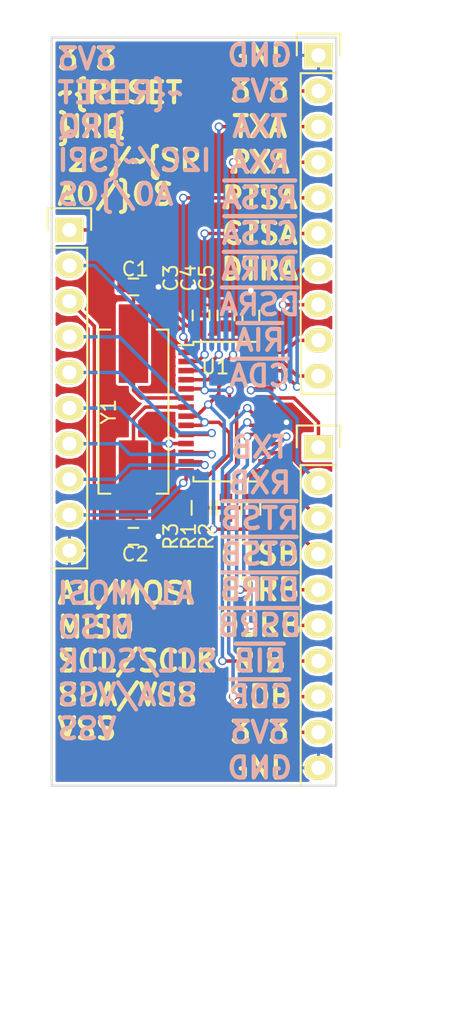
<source format=kicad_pcb>
(kicad_pcb (version 4) (host pcbnew 4.0.0-rc1-stable)

  (general
    (links 48)
    (no_connects 0)
    (area 130.480999 69.774999 150.951001 123.265001)
    (thickness 1.6)
    (drawings 45)
    (tracks 224)
    (zones 0)
    (modules 13)
    (nets 29)
  )

  (page USLetter)
  (layers
    (0 F.Cu signal)
    (31 B.Cu signal)
    (32 B.Adhes user)
    (33 F.Adhes user)
    (34 B.Paste user)
    (35 F.Paste user)
    (36 B.SilkS user)
    (37 F.SilkS user)
    (38 B.Mask user)
    (39 F.Mask user)
    (40 Dwgs.User user)
    (41 Cmts.User user)
    (42 Eco1.User user)
    (43 Eco2.User user)
    (44 Edge.Cuts user)
    (45 Margin user)
    (46 B.CrtYd user)
    (47 F.CrtYd user)
    (48 B.Fab user)
    (49 F.Fab user)
  )

  (setup
    (last_trace_width 0.25)
    (trace_clearance 0.2)
    (zone_clearance 0.2038)
    (zone_45_only no)
    (trace_min 0.2)
    (segment_width 0.2)
    (edge_width 0.15)
    (via_size 0.6)
    (via_drill 0.4)
    (via_min_size 0.4)
    (via_min_drill 0.3)
    (uvia_size 0.3)
    (uvia_drill 0.1)
    (uvias_allowed no)
    (uvia_min_size 0.2)
    (uvia_min_drill 0.1)
    (pcb_text_width 0.3)
    (pcb_text_size 1.5 1.5)
    (mod_edge_width 0.15)
    (mod_text_size 1 1)
    (mod_text_width 0.15)
    (pad_size 1.524 1.524)
    (pad_drill 0.762)
    (pad_to_mask_clearance 0.15)
    (aux_axis_origin 0 0)
    (visible_elements 7FFFFFFF)
    (pcbplotparams
      (layerselection 0x00030_80000001)
      (usegerberextensions false)
      (excludeedgelayer true)
      (linewidth 0.100000)
      (plotframeref false)
      (viasonmask false)
      (mode 1)
      (useauxorigin false)
      (hpglpennumber 1)
      (hpglpenspeed 20)
      (hpglpendiameter 15)
      (hpglpenoverlay 2)
      (psnegative false)
      (psa4output false)
      (plotreference true)
      (plotvalue true)
      (plotinvisibletext false)
      (padsonsilk false)
      (subtractmaskfromsilk false)
      (outputformat 1)
      (mirror false)
      (drillshape 1)
      (scaleselection 1)
      (outputdirectory ""))
  )

  (net 0 "")
  (net 1 "Net-(C1-Pad1)")
  (net 2 GND)
  (net 3 "Net-(C2-Pad1)")
  (net 4 +3V3)
  (net 5 /I2C/~SPI)
  (net 6 /A0/~CS)
  (net 7 /A1/SI)
  (net 8 /SO)
  (net 9 /SCL/SCLK)
  (net 10 /SDA/VSS)
  (net 11 /TXA)
  (net 12 /RXA)
  (net 13 /~RTSA)
  (net 14 /~CTSA)
  (net 15 /~DTRA)
  (net 16 /~DSRA)
  (net 17 /~RIA)
  (net 18 /~CDA)
  (net 19 /TXB)
  (net 20 /RXB)
  (net 21 /~RTSB)
  (net 22 /~CTSB)
  (net 23 /~DTRB)
  (net 24 /~DSRB)
  (net 25 /~RIB)
  (net 26 /~CDB)
  (net 27 /~RESET)
  (net 28 /~IRQ)

  (net_class Default "This is the default net class."
    (clearance 0.2)
    (trace_width 0.25)
    (via_dia 0.6)
    (via_drill 0.4)
    (uvia_dia 0.3)
    (uvia_drill 0.1)
    (add_net +3V3)
    (add_net /A0/~CS)
    (add_net /A1/SI)
    (add_net /I2C/~SPI)
    (add_net /RXA)
    (add_net /RXB)
    (add_net /SCL/SCLK)
    (add_net /SDA/VSS)
    (add_net /SO)
    (add_net /TXA)
    (add_net /TXB)
    (add_net /~CDA)
    (add_net /~CDB)
    (add_net /~CTSA)
    (add_net /~CTSB)
    (add_net /~DSRA)
    (add_net /~DSRB)
    (add_net /~DTRA)
    (add_net /~DTRB)
    (add_net /~IRQ)
    (add_net /~RESET)
    (add_net /~RIA)
    (add_net /~RIB)
    (add_net /~RTSA)
    (add_net /~RTSB)
    (add_net GND)
    (add_net "Net-(C1-Pad1)")
    (add_net "Net-(C2-Pad1)")
  )

  (module Capacitors_SMD:C_0603 (layer F.Cu) (tedit 57B49DE2) (tstamp 57B48F54)
    (at 136.398 87.63)
    (descr "Capacitor SMD 0603, reflow soldering, AVX (see smccp.pdf)")
    (tags "capacitor 0603")
    (path /57B4ABCF)
    (attr smd)
    (fp_text reference C1 (at 0.127 -1.27) (layer F.SilkS)
      (effects (font (size 1 1) (thickness 0.15)))
    )
    (fp_text value 22p (at 0 1.9) (layer F.Fab)
      (effects (font (size 1 1) (thickness 0.15)))
    )
    (fp_line (start -1.45 -0.75) (end 1.45 -0.75) (layer F.CrtYd) (width 0.05))
    (fp_line (start -1.45 0.75) (end 1.45 0.75) (layer F.CrtYd) (width 0.05))
    (fp_line (start -1.45 -0.75) (end -1.45 0.75) (layer F.CrtYd) (width 0.05))
    (fp_line (start 1.45 -0.75) (end 1.45 0.75) (layer F.CrtYd) (width 0.05))
    (fp_line (start -0.35 -0.6) (end 0.35 -0.6) (layer F.SilkS) (width 0.15))
    (fp_line (start 0.35 0.6) (end -0.35 0.6) (layer F.SilkS) (width 0.15))
    (pad 1 smd rect (at -0.75 0) (size 0.8 0.75) (layers F.Cu F.Paste F.Mask)
      (net 1 "Net-(C1-Pad1)"))
    (pad 2 smd rect (at 0.75 0) (size 0.8 0.75) (layers F.Cu F.Paste F.Mask)
      (net 2 GND))
    (model Capacitors_SMD.3dshapes/C_0603.wrl
      (at (xyz 0 0 0))
      (scale (xyz 1 1 1))
      (rotate (xyz 0 0 0))
    )
  )

  (module Capacitors_SMD:C_0603 (layer F.Cu) (tedit 57B49DE8) (tstamp 57B48F60)
    (at 136.398 105.41)
    (descr "Capacitor SMD 0603, reflow soldering, AVX (see smccp.pdf)")
    (tags "capacitor 0603")
    (path /57B4ACDF)
    (attr smd)
    (fp_text reference C2 (at 0.127 1.27) (layer F.SilkS)
      (effects (font (size 1 1) (thickness 0.15)))
    )
    (fp_text value 33p (at 0 1.9) (layer F.Fab)
      (effects (font (size 1 1) (thickness 0.15)))
    )
    (fp_line (start -1.45 -0.75) (end 1.45 -0.75) (layer F.CrtYd) (width 0.05))
    (fp_line (start -1.45 0.75) (end 1.45 0.75) (layer F.CrtYd) (width 0.05))
    (fp_line (start -1.45 -0.75) (end -1.45 0.75) (layer F.CrtYd) (width 0.05))
    (fp_line (start 1.45 -0.75) (end 1.45 0.75) (layer F.CrtYd) (width 0.05))
    (fp_line (start -0.35 -0.6) (end 0.35 -0.6) (layer F.SilkS) (width 0.15))
    (fp_line (start 0.35 0.6) (end -0.35 0.6) (layer F.SilkS) (width 0.15))
    (pad 1 smd rect (at -0.75 0) (size 0.8 0.75) (layers F.Cu F.Paste F.Mask)
      (net 3 "Net-(C2-Pad1)"))
    (pad 2 smd rect (at 0.75 0) (size 0.8 0.75) (layers F.Cu F.Paste F.Mask)
      (net 2 GND))
    (model Capacitors_SMD.3dshapes/C_0603.wrl
      (at (xyz 0 0 0))
      (scale (xyz 1 1 1))
      (rotate (xyz 0 0 0))
    )
  )

  (module Capacitors_SMD:C_0603 (layer F.Cu) (tedit 57B49DAC) (tstamp 57B48F6C)
    (at 141.224 89.662 90)
    (descr "Capacitor SMD 0603, reflow soldering, AVX (see smccp.pdf)")
    (tags "capacitor 0603")
    (path /57B49F17)
    (attr smd)
    (fp_text reference C3 (at 2.667 -2.159 90) (layer F.SilkS)
      (effects (font (size 1 1) (thickness 0.15)))
    )
    (fp_text value 1u (at 0 1.9 90) (layer F.Fab)
      (effects (font (size 1 1) (thickness 0.15)))
    )
    (fp_line (start -1.45 -0.75) (end 1.45 -0.75) (layer F.CrtYd) (width 0.05))
    (fp_line (start -1.45 0.75) (end 1.45 0.75) (layer F.CrtYd) (width 0.05))
    (fp_line (start -1.45 -0.75) (end -1.45 0.75) (layer F.CrtYd) (width 0.05))
    (fp_line (start 1.45 -0.75) (end 1.45 0.75) (layer F.CrtYd) (width 0.05))
    (fp_line (start -0.35 -0.6) (end 0.35 -0.6) (layer F.SilkS) (width 0.15))
    (fp_line (start 0.35 0.6) (end -0.35 0.6) (layer F.SilkS) (width 0.15))
    (pad 1 smd rect (at -0.75 0 90) (size 0.8 0.75) (layers F.Cu F.Paste F.Mask)
      (net 4 +3V3))
    (pad 2 smd rect (at 0.75 0 90) (size 0.8 0.75) (layers F.Cu F.Paste F.Mask)
      (net 2 GND))
    (model Capacitors_SMD.3dshapes/C_0603.wrl
      (at (xyz 0 0 0))
      (scale (xyz 1 1 1))
      (rotate (xyz 0 0 0))
    )
  )

  (module Capacitors_SMD:C_0603 (layer F.Cu) (tedit 57B49DBD) (tstamp 57B48F78)
    (at 143.002 89.662 90)
    (descr "Capacitor SMD 0603, reflow soldering, AVX (see smccp.pdf)")
    (tags "capacitor 0603")
    (path /57B49F5C)
    (attr smd)
    (fp_text reference C4 (at 2.667 -2.667 90) (layer F.SilkS)
      (effects (font (size 1 1) (thickness 0.15)))
    )
    (fp_text value 100n (at 0 1.9 90) (layer F.Fab)
      (effects (font (size 1 1) (thickness 0.15)))
    )
    (fp_line (start -1.45 -0.75) (end 1.45 -0.75) (layer F.CrtYd) (width 0.05))
    (fp_line (start -1.45 0.75) (end 1.45 0.75) (layer F.CrtYd) (width 0.05))
    (fp_line (start -1.45 -0.75) (end -1.45 0.75) (layer F.CrtYd) (width 0.05))
    (fp_line (start 1.45 -0.75) (end 1.45 0.75) (layer F.CrtYd) (width 0.05))
    (fp_line (start -0.35 -0.6) (end 0.35 -0.6) (layer F.SilkS) (width 0.15))
    (fp_line (start 0.35 0.6) (end -0.35 0.6) (layer F.SilkS) (width 0.15))
    (pad 1 smd rect (at -0.75 0 90) (size 0.8 0.75) (layers F.Cu F.Paste F.Mask)
      (net 4 +3V3))
    (pad 2 smd rect (at 0.75 0 90) (size 0.8 0.75) (layers F.Cu F.Paste F.Mask)
      (net 2 GND))
    (model Capacitors_SMD.3dshapes/C_0603.wrl
      (at (xyz 0 0 0))
      (scale (xyz 1 1 1))
      (rotate (xyz 0 0 0))
    )
  )

  (module Capacitors_SMD:C_0603 (layer F.Cu) (tedit 57B49DB4) (tstamp 57B48F84)
    (at 144.78 89.662 90)
    (descr "Capacitor SMD 0603, reflow soldering, AVX (see smccp.pdf)")
    (tags "capacitor 0603")
    (path /57B49F8D)
    (attr smd)
    (fp_text reference C5 (at 2.667 -3.175 90) (layer F.SilkS)
      (effects (font (size 1 1) (thickness 0.15)))
    )
    (fp_text value 10n (at 0 1.9 90) (layer F.Fab)
      (effects (font (size 1 1) (thickness 0.15)))
    )
    (fp_line (start -1.45 -0.75) (end 1.45 -0.75) (layer F.CrtYd) (width 0.05))
    (fp_line (start -1.45 0.75) (end 1.45 0.75) (layer F.CrtYd) (width 0.05))
    (fp_line (start -1.45 -0.75) (end -1.45 0.75) (layer F.CrtYd) (width 0.05))
    (fp_line (start 1.45 -0.75) (end 1.45 0.75) (layer F.CrtYd) (width 0.05))
    (fp_line (start -0.35 -0.6) (end 0.35 -0.6) (layer F.SilkS) (width 0.15))
    (fp_line (start 0.35 0.6) (end -0.35 0.6) (layer F.SilkS) (width 0.15))
    (pad 1 smd rect (at -0.75 0 90) (size 0.8 0.75) (layers F.Cu F.Paste F.Mask)
      (net 4 +3V3))
    (pad 2 smd rect (at 0.75 0 90) (size 0.8 0.75) (layers F.Cu F.Paste F.Mask)
      (net 2 GND))
    (model Capacitors_SMD.3dshapes/C_0603.wrl
      (at (xyz 0 0 0))
      (scale (xyz 1 1 1))
      (rotate (xyz 0 0 0))
    )
  )

  (module Pin_Headers:Pin_Header_Straight_1x10 (layer F.Cu) (tedit 57B49E22) (tstamp 57B48F9D)
    (at 131.826 83.566)
    (descr "Through hole pin header")
    (tags "pin header")
    (path /57B49A75)
    (fp_text reference P1 (at 2.794 -2.286) (layer F.SilkS) hide
      (effects (font (size 1 1) (thickness 0.15)))
    )
    (fp_text value CONN_01X10 (at 0 -3.1) (layer F.Fab)
      (effects (font (size 1 1) (thickness 0.15)))
    )
    (fp_line (start -1.75 -1.75) (end -1.75 24.65) (layer F.CrtYd) (width 0.05))
    (fp_line (start 1.75 -1.75) (end 1.75 24.65) (layer F.CrtYd) (width 0.05))
    (fp_line (start -1.75 -1.75) (end 1.75 -1.75) (layer F.CrtYd) (width 0.05))
    (fp_line (start -1.75 24.65) (end 1.75 24.65) (layer F.CrtYd) (width 0.05))
    (fp_line (start 1.27 1.27) (end 1.27 24.13) (layer F.SilkS) (width 0.15))
    (fp_line (start 1.27 24.13) (end -1.27 24.13) (layer F.SilkS) (width 0.15))
    (fp_line (start -1.27 24.13) (end -1.27 1.27) (layer F.SilkS) (width 0.15))
    (fp_line (start 1.55 -1.55) (end 1.55 0) (layer F.SilkS) (width 0.15))
    (fp_line (start 1.27 1.27) (end -1.27 1.27) (layer F.SilkS) (width 0.15))
    (fp_line (start -1.55 0) (end -1.55 -1.55) (layer F.SilkS) (width 0.15))
    (fp_line (start -1.55 -1.55) (end 1.55 -1.55) (layer F.SilkS) (width 0.15))
    (pad 1 thru_hole rect (at 0 0) (size 2.032 1.7272) (drill 1.016) (layers *.Cu *.Mask F.SilkS)
      (net 4 +3V3))
    (pad 2 thru_hole oval (at 0 2.54) (size 2.032 1.7272) (drill 1.016) (layers *.Cu *.Mask F.SilkS)
      (net 27 /~RESET))
    (pad 3 thru_hole oval (at 0 5.08) (size 2.032 1.7272) (drill 1.016) (layers *.Cu *.Mask F.SilkS)
      (net 28 /~IRQ))
    (pad 4 thru_hole oval (at 0 7.62) (size 2.032 1.7272) (drill 1.016) (layers *.Cu *.Mask F.SilkS)
      (net 5 /I2C/~SPI))
    (pad 5 thru_hole oval (at 0 10.16) (size 2.032 1.7272) (drill 1.016) (layers *.Cu *.Mask F.SilkS)
      (net 6 /A0/~CS))
    (pad 6 thru_hole oval (at 0 12.7) (size 2.032 1.7272) (drill 1.016) (layers *.Cu *.Mask F.SilkS)
      (net 7 /A1/SI))
    (pad 7 thru_hole oval (at 0 15.24) (size 2.032 1.7272) (drill 1.016) (layers *.Cu *.Mask F.SilkS)
      (net 8 /SO))
    (pad 8 thru_hole oval (at 0 17.78) (size 2.032 1.7272) (drill 1.016) (layers *.Cu *.Mask F.SilkS)
      (net 9 /SCL/SCLK))
    (pad 9 thru_hole oval (at 0 20.32) (size 2.032 1.7272) (drill 1.016) (layers *.Cu *.Mask F.SilkS)
      (net 10 /SDA/VSS))
    (pad 10 thru_hole oval (at 0 22.86) (size 2.032 1.7272) (drill 1.016) (layers *.Cu *.Mask F.SilkS)
      (net 2 GND))
    (model Pin_Headers.3dshapes/Pin_Header_Straight_1x10.wrl
      (at (xyz 0 -0.45 0))
      (scale (xyz 1 1 1))
      (rotate (xyz 0 0 90))
    )
  )

  (module Pin_Headers:Pin_Header_Straight_1x10 (layer F.Cu) (tedit 57B49E1D) (tstamp 57B48FB6)
    (at 149.606 71.12)
    (descr "Through hole pin header")
    (tags "pin header")
    (path /57B493A6)
    (fp_text reference P2 (at 0 -5.1) (layer F.SilkS) hide
      (effects (font (size 1 1) (thickness 0.15)))
    )
    (fp_text value CONN_01X10 (at 0 -3.1) (layer F.Fab)
      (effects (font (size 1 1) (thickness 0.15)))
    )
    (fp_line (start -1.75 -1.75) (end -1.75 24.65) (layer F.CrtYd) (width 0.05))
    (fp_line (start 1.75 -1.75) (end 1.75 24.65) (layer F.CrtYd) (width 0.05))
    (fp_line (start -1.75 -1.75) (end 1.75 -1.75) (layer F.CrtYd) (width 0.05))
    (fp_line (start -1.75 24.65) (end 1.75 24.65) (layer F.CrtYd) (width 0.05))
    (fp_line (start 1.27 1.27) (end 1.27 24.13) (layer F.SilkS) (width 0.15))
    (fp_line (start 1.27 24.13) (end -1.27 24.13) (layer F.SilkS) (width 0.15))
    (fp_line (start -1.27 24.13) (end -1.27 1.27) (layer F.SilkS) (width 0.15))
    (fp_line (start 1.55 -1.55) (end 1.55 0) (layer F.SilkS) (width 0.15))
    (fp_line (start 1.27 1.27) (end -1.27 1.27) (layer F.SilkS) (width 0.15))
    (fp_line (start -1.55 0) (end -1.55 -1.55) (layer F.SilkS) (width 0.15))
    (fp_line (start -1.55 -1.55) (end 1.55 -1.55) (layer F.SilkS) (width 0.15))
    (pad 1 thru_hole rect (at 0 0) (size 2.032 1.7272) (drill 1.016) (layers *.Cu *.Mask F.SilkS)
      (net 2 GND))
    (pad 2 thru_hole oval (at 0 2.54) (size 2.032 1.7272) (drill 1.016) (layers *.Cu *.Mask F.SilkS)
      (net 4 +3V3))
    (pad 3 thru_hole oval (at 0 5.08) (size 2.032 1.7272) (drill 1.016) (layers *.Cu *.Mask F.SilkS)
      (net 11 /TXA))
    (pad 4 thru_hole oval (at 0 7.62) (size 2.032 1.7272) (drill 1.016) (layers *.Cu *.Mask F.SilkS)
      (net 12 /RXA))
    (pad 5 thru_hole oval (at 0 10.16) (size 2.032 1.7272) (drill 1.016) (layers *.Cu *.Mask F.SilkS)
      (net 13 /~RTSA))
    (pad 6 thru_hole oval (at 0 12.7) (size 2.032 1.7272) (drill 1.016) (layers *.Cu *.Mask F.SilkS)
      (net 14 /~CTSA))
    (pad 7 thru_hole oval (at 0 15.24) (size 2.032 1.7272) (drill 1.016) (layers *.Cu *.Mask F.SilkS)
      (net 15 /~DTRA))
    (pad 8 thru_hole oval (at 0 17.78) (size 2.032 1.7272) (drill 1.016) (layers *.Cu *.Mask F.SilkS)
      (net 16 /~DSRA))
    (pad 9 thru_hole oval (at 0 20.32) (size 2.032 1.7272) (drill 1.016) (layers *.Cu *.Mask F.SilkS)
      (net 17 /~RIA))
    (pad 10 thru_hole oval (at 0 22.86) (size 2.032 1.7272) (drill 1.016) (layers *.Cu *.Mask F.SilkS)
      (net 18 /~CDA))
    (model Pin_Headers.3dshapes/Pin_Header_Straight_1x10.wrl
      (at (xyz 0 -0.45 0))
      (scale (xyz 1 1 1))
      (rotate (xyz 0 0 90))
    )
  )

  (module Pin_Headers:Pin_Header_Straight_1x10 (layer F.Cu) (tedit 57B49E19) (tstamp 57B48FCF)
    (at 149.606 99.06)
    (descr "Through hole pin header")
    (tags "pin header")
    (path /57B49431)
    (fp_text reference P3 (at 0 -5.1) (layer F.SilkS) hide
      (effects (font (size 1 1) (thickness 0.15)))
    )
    (fp_text value CONN_01X10 (at 0 -3.1) (layer F.Fab)
      (effects (font (size 1 1) (thickness 0.15)))
    )
    (fp_line (start -1.75 -1.75) (end -1.75 24.65) (layer F.CrtYd) (width 0.05))
    (fp_line (start 1.75 -1.75) (end 1.75 24.65) (layer F.CrtYd) (width 0.05))
    (fp_line (start -1.75 -1.75) (end 1.75 -1.75) (layer F.CrtYd) (width 0.05))
    (fp_line (start -1.75 24.65) (end 1.75 24.65) (layer F.CrtYd) (width 0.05))
    (fp_line (start 1.27 1.27) (end 1.27 24.13) (layer F.SilkS) (width 0.15))
    (fp_line (start 1.27 24.13) (end -1.27 24.13) (layer F.SilkS) (width 0.15))
    (fp_line (start -1.27 24.13) (end -1.27 1.27) (layer F.SilkS) (width 0.15))
    (fp_line (start 1.55 -1.55) (end 1.55 0) (layer F.SilkS) (width 0.15))
    (fp_line (start 1.27 1.27) (end -1.27 1.27) (layer F.SilkS) (width 0.15))
    (fp_line (start -1.55 0) (end -1.55 -1.55) (layer F.SilkS) (width 0.15))
    (fp_line (start -1.55 -1.55) (end 1.55 -1.55) (layer F.SilkS) (width 0.15))
    (pad 1 thru_hole rect (at 0 0) (size 2.032 1.7272) (drill 1.016) (layers *.Cu *.Mask F.SilkS)
      (net 19 /TXB))
    (pad 2 thru_hole oval (at 0 2.54) (size 2.032 1.7272) (drill 1.016) (layers *.Cu *.Mask F.SilkS)
      (net 20 /RXB))
    (pad 3 thru_hole oval (at 0 5.08) (size 2.032 1.7272) (drill 1.016) (layers *.Cu *.Mask F.SilkS)
      (net 21 /~RTSB))
    (pad 4 thru_hole oval (at 0 7.62) (size 2.032 1.7272) (drill 1.016) (layers *.Cu *.Mask F.SilkS)
      (net 22 /~CTSB))
    (pad 5 thru_hole oval (at 0 10.16) (size 2.032 1.7272) (drill 1.016) (layers *.Cu *.Mask F.SilkS)
      (net 23 /~DTRB))
    (pad 6 thru_hole oval (at 0 12.7) (size 2.032 1.7272) (drill 1.016) (layers *.Cu *.Mask F.SilkS)
      (net 24 /~DSRB))
    (pad 7 thru_hole oval (at 0 15.24) (size 2.032 1.7272) (drill 1.016) (layers *.Cu *.Mask F.SilkS)
      (net 25 /~RIB))
    (pad 8 thru_hole oval (at 0 17.78) (size 2.032 1.7272) (drill 1.016) (layers *.Cu *.Mask F.SilkS)
      (net 26 /~CDB))
    (pad 9 thru_hole oval (at 0 20.32) (size 2.032 1.7272) (drill 1.016) (layers *.Cu *.Mask F.SilkS)
      (net 4 +3V3))
    (pad 10 thru_hole oval (at 0 22.86) (size 2.032 1.7272) (drill 1.016) (layers *.Cu *.Mask F.SilkS)
      (net 2 GND))
    (model Pin_Headers.3dshapes/Pin_Header_Straight_1x10.wrl
      (at (xyz 0 -0.45 0))
      (scale (xyz 1 1 1))
      (rotate (xyz 0 0 90))
    )
  )

  (module Resistors_SMD:R_0603 (layer F.Cu) (tedit 57B49DF4) (tstamp 57B48FDB)
    (at 143.002 103.378 90)
    (descr "Resistor SMD 0603, reflow soldering, Vishay (see dcrcw.pdf)")
    (tags "resistor 0603")
    (path /57B49B76)
    (attr smd)
    (fp_text reference R1 (at -2.032 -2.667 90) (layer F.SilkS)
      (effects (font (size 1 1) (thickness 0.15)))
    )
    (fp_text value 10K (at 0 1.9 90) (layer F.Fab)
      (effects (font (size 1 1) (thickness 0.15)))
    )
    (fp_line (start -1.3 -0.8) (end 1.3 -0.8) (layer F.CrtYd) (width 0.05))
    (fp_line (start -1.3 0.8) (end 1.3 0.8) (layer F.CrtYd) (width 0.05))
    (fp_line (start -1.3 -0.8) (end -1.3 0.8) (layer F.CrtYd) (width 0.05))
    (fp_line (start 1.3 -0.8) (end 1.3 0.8) (layer F.CrtYd) (width 0.05))
    (fp_line (start 0.5 0.675) (end -0.5 0.675) (layer F.SilkS) (width 0.15))
    (fp_line (start -0.5 -0.675) (end 0.5 -0.675) (layer F.SilkS) (width 0.15))
    (pad 1 smd rect (at -0.75 0 90) (size 0.5 0.9) (layers F.Cu F.Paste F.Mask)
      (net 4 +3V3))
    (pad 2 smd rect (at 0.75 0 90) (size 0.5 0.9) (layers F.Cu F.Paste F.Mask)
      (net 27 /~RESET))
    (model Resistors_SMD.3dshapes/R_0603.wrl
      (at (xyz 0 0 0))
      (scale (xyz 1 1 1))
      (rotate (xyz 0 0 0))
    )
  )

  (module Resistors_SMD:R_0603 (layer F.Cu) (tedit 57B49DF7) (tstamp 57B48FE7)
    (at 144.78 103.378 90)
    (descr "Resistor SMD 0603, reflow soldering, Vishay (see dcrcw.pdf)")
    (tags "resistor 0603")
    (path /57B49B4F)
    (attr smd)
    (fp_text reference R2 (at -2.032 -3.175 90) (layer F.SilkS)
      (effects (font (size 1 1) (thickness 0.15)))
    )
    (fp_text value 10K (at 0 1.9 90) (layer F.Fab)
      (effects (font (size 1 1) (thickness 0.15)))
    )
    (fp_line (start -1.3 -0.8) (end 1.3 -0.8) (layer F.CrtYd) (width 0.05))
    (fp_line (start -1.3 0.8) (end 1.3 0.8) (layer F.CrtYd) (width 0.05))
    (fp_line (start -1.3 -0.8) (end -1.3 0.8) (layer F.CrtYd) (width 0.05))
    (fp_line (start 1.3 -0.8) (end 1.3 0.8) (layer F.CrtYd) (width 0.05))
    (fp_line (start 0.5 0.675) (end -0.5 0.675) (layer F.SilkS) (width 0.15))
    (fp_line (start -0.5 -0.675) (end 0.5 -0.675) (layer F.SilkS) (width 0.15))
    (pad 1 smd rect (at -0.75 0 90) (size 0.5 0.9) (layers F.Cu F.Paste F.Mask)
      (net 4 +3V3))
    (pad 2 smd rect (at 0.75 0 90) (size 0.5 0.9) (layers F.Cu F.Paste F.Mask)
      (net 28 /~IRQ))
    (model Resistors_SMD.3dshapes/R_0603.wrl
      (at (xyz 0 0 0))
      (scale (xyz 1 1 1))
      (rotate (xyz 0 0 0))
    )
  )

  (module Resistors_SMD:R_0603 (layer F.Cu) (tedit 57B49DEC) (tstamp 57B48FF3)
    (at 141.224 103.378 90)
    (descr "Resistor SMD 0603, reflow soldering, Vishay (see dcrcw.pdf)")
    (tags "resistor 0603")
    (path /57B49AE4)
    (attr smd)
    (fp_text reference R3 (at -2.032 -2.159 90) (layer F.SilkS)
      (effects (font (size 1 1) (thickness 0.15)))
    )
    (fp_text value 10K (at 0 1.9 90) (layer F.Fab)
      (effects (font (size 1 1) (thickness 0.15)))
    )
    (fp_line (start -1.3 -0.8) (end 1.3 -0.8) (layer F.CrtYd) (width 0.05))
    (fp_line (start -1.3 0.8) (end 1.3 0.8) (layer F.CrtYd) (width 0.05))
    (fp_line (start -1.3 -0.8) (end -1.3 0.8) (layer F.CrtYd) (width 0.05))
    (fp_line (start 1.3 -0.8) (end 1.3 0.8) (layer F.CrtYd) (width 0.05))
    (fp_line (start 0.5 0.675) (end -0.5 0.675) (layer F.SilkS) (width 0.15))
    (fp_line (start -0.5 -0.675) (end 0.5 -0.675) (layer F.SilkS) (width 0.15))
    (pad 1 smd rect (at -0.75 0 90) (size 0.5 0.9) (layers F.Cu F.Paste F.Mask)
      (net 4 +3V3))
    (pad 2 smd rect (at 0.75 0 90) (size 0.5 0.9) (layers F.Cu F.Paste F.Mask)
      (net 5 /I2C/~SPI))
    (model Resistors_SMD.3dshapes/R_0603.wrl
      (at (xyz 0 0 0))
      (scale (xyz 1 1 1))
      (rotate (xyz 0 0 0))
    )
  )

  (module Housings_SSOP:TSSOP-28_4.4x9.7mm_Pitch0.65mm (layer F.Cu) (tedit 57B4A6D5) (tstamp 57B49023)
    (at 143.002 96.52)
    (descr "TSSOP28: plastic thin shrink small outline package; 28 leads; body width 4.4 mm; (see NXP SSOP-TSSOP-VSO-REFLOW.pdf and sot361-1_po.pdf)")
    (tags "SSOP 0.65")
    (path /57B4933C)
    (attr smd)
    (fp_text reference U1 (at -0.762 -3.175) (layer F.SilkS)
      (effects (font (size 1 1) (thickness 0.15)))
    )
    (fp_text value SC16IS752 (at 0 5.9) (layer F.Fab)
      (effects (font (size 1 1) (thickness 0.15)))
    )
    (fp_circle (center -1.75 -4.25) (end -2 -4.25) (layer F.Fab) (width 0.15))
    (fp_line (start -2.2 4.8) (end -2.2 -4.8) (layer F.Fab) (width 0.15))
    (fp_line (start 2.2 4.8) (end -2.2 4.8) (layer F.Fab) (width 0.15))
    (fp_line (start 2.2 -4.8) (end 2.2 4.8) (layer F.Fab) (width 0.15))
    (fp_line (start -2.2 -4.8) (end 2.2 -4.8) (layer F.Fab) (width 0.15))
    (fp_line (start -3.65 -5.15) (end -3.65 5.15) (layer F.CrtYd) (width 0.05))
    (fp_line (start 3.65 -5.15) (end 3.65 5.15) (layer F.CrtYd) (width 0.05))
    (fp_line (start -3.65 -5.15) (end 3.65 -5.15) (layer F.CrtYd) (width 0.05))
    (fp_line (start -3.65 5.15) (end 3.65 5.15) (layer F.CrtYd) (width 0.05))
    (fp_line (start -2.325 -4.975) (end -2.325 -4.75) (layer F.SilkS) (width 0.15))
    (fp_line (start 2.325 -4.975) (end 2.325 -4.65) (layer F.SilkS) (width 0.15))
    (fp_line (start 2.325 4.975) (end 2.325 4.65) (layer F.SilkS) (width 0.15))
    (fp_line (start -2.325 4.975) (end -2.325 4.65) (layer F.SilkS) (width 0.15))
    (fp_line (start -2.325 -4.975) (end 2.325 -4.975) (layer F.SilkS) (width 0.15))
    (fp_line (start -2.325 4.975) (end 2.325 4.975) (layer F.SilkS) (width 0.15))
    (fp_line (start -2.325 -4.75) (end -3.4 -4.75) (layer F.SilkS) (width 0.15))
    (pad 1 smd rect (at -2.85 -4.225) (size 1.1 0.4) (layers F.Cu F.Paste F.Mask)
      (net 13 /~RTSA))
    (pad 2 smd rect (at -2.85 -3.575) (size 1.1 0.4) (layers F.Cu F.Paste F.Mask)
      (net 14 /~CTSA))
    (pad 3 smd rect (at -2.85 -2.925) (size 1.1 0.4) (layers F.Cu F.Paste F.Mask)
      (net 11 /TXA))
    (pad 4 smd rect (at -2.85 -2.275) (size 1.1 0.4) (layers F.Cu F.Paste F.Mask)
      (net 12 /RXA))
    (pad 5 smd rect (at -2.85 -1.625) (size 1.1 0.4) (layers F.Cu F.Paste F.Mask)
      (net 27 /~RESET))
    (pad 6 smd rect (at -2.85 -0.975) (size 1.1 0.4) (layers F.Cu F.Paste F.Mask)
      (net 1 "Net-(C1-Pad1)"))
    (pad 7 smd rect (at -2.85 -0.325) (size 1.1 0.4) (layers F.Cu F.Paste F.Mask)
      (net 3 "Net-(C2-Pad1)"))
    (pad 8 smd rect (at -2.85 0.325) (size 1.1 0.4) (layers F.Cu F.Paste F.Mask)
      (net 4 +3V3))
    (pad 9 smd rect (at -2.85 0.975) (size 1.1 0.4) (layers F.Cu F.Paste F.Mask)
      (net 5 /I2C/~SPI))
    (pad 10 smd rect (at -2.85 1.625) (size 1.1 0.4) (layers F.Cu F.Paste F.Mask)
      (net 6 /A0/~CS))
    (pad 11 smd rect (at -2.85 2.275) (size 1.1 0.4) (layers F.Cu F.Paste F.Mask)
      (net 7 /A1/SI))
    (pad 12 smd rect (at -2.85 2.925) (size 1.1 0.4) (layers F.Cu F.Paste F.Mask)
      (net 8 /SO))
    (pad 13 smd rect (at -2.85 3.575) (size 1.1 0.4) (layers F.Cu F.Paste F.Mask)
      (net 9 /SCL/SCLK))
    (pad 14 smd rect (at -2.85 4.225) (size 1.1 0.4) (layers F.Cu F.Paste F.Mask)
      (net 10 /SDA/VSS))
    (pad 15 smd rect (at 2.85 4.225) (size 1.1 0.4) (layers F.Cu F.Paste F.Mask)
      (net 28 /~IRQ))
    (pad 16 smd rect (at 2.85 3.575) (size 1.1 0.4) (layers F.Cu F.Paste F.Mask)
      (net 22 /~CTSB))
    (pad 17 smd rect (at 2.85 2.925) (size 1.1 0.4) (layers F.Cu F.Paste F.Mask)
      (net 21 /~RTSB))
    (pad 18 smd rect (at 2.85 2.275) (size 1.1 0.4) (layers F.Cu F.Paste F.Mask)
      (net 24 /~DSRB))
    (pad 19 smd rect (at 2.85 1.625) (size 1.1 0.4) (layers F.Cu F.Paste F.Mask)
      (net 23 /~DTRB))
    (pad 20 smd rect (at 2.85 0.975) (size 1.1 0.4) (layers F.Cu F.Paste F.Mask)
      (net 26 /~CDB))
    (pad 21 smd rect (at 2.85 0.325) (size 1.1 0.4) (layers F.Cu F.Paste F.Mask)
      (net 25 /~RIB))
    (pad 22 smd rect (at 2.85 -0.325) (size 1.1 0.4) (layers F.Cu F.Paste F.Mask)
      (net 2 GND))
    (pad 23 smd rect (at 2.85 -0.975) (size 1.1 0.4) (layers F.Cu F.Paste F.Mask)
      (net 19 /TXB))
    (pad 24 smd rect (at 2.85 -1.625) (size 1.1 0.4) (layers F.Cu F.Paste F.Mask)
      (net 20 /RXB))
    (pad 25 smd rect (at 2.85 -2.275) (size 1.1 0.4) (layers F.Cu F.Paste F.Mask)
      (net 16 /~DSRA))
    (pad 26 smd rect (at 2.85 -2.925) (size 1.1 0.4) (layers F.Cu F.Paste F.Mask)
      (net 15 /~DTRA))
    (pad 27 smd rect (at 2.85 -3.575) (size 1.1 0.4) (layers F.Cu F.Paste F.Mask)
      (net 18 /~CDA))
    (pad 28 smd rect (at 2.85 -4.225) (size 1.1 0.4) (layers F.Cu F.Paste F.Mask)
      (net 17 /~RIA))
    (model Housings_SSOP.3dshapes/TSSOP-28_4.4x9.7mm_Pitch0.65mm.wrl
      (at (xyz 0 0 0))
      (scale (xyz 1 1 1))
      (rotate (xyz 0 0 0))
    )
  )

  (module Crystals:Crystal_HC49-SD_SMD (layer F.Cu) (tedit 57B49E35) (tstamp 57B49032)
    (at 136.398 96.52 270)
    (descr "Crystal Quarz HC49-SD SMD")
    (tags "Crystal Quarz HC49-SD SMD")
    (path /57B4A3BE)
    (attr smd)
    (fp_text reference Y1 (at 0 1.778 270) (layer F.SilkS)
      (effects (font (size 1 1) (thickness 0.15)))
    )
    (fp_text value Crystal (at 2.54 5.08 270) (layer F.Fab)
      (effects (font (size 1 1) (thickness 0.15)))
    )
    (fp_circle (center 0 0) (end 0.8509 0) (layer F.Adhes) (width 0.381))
    (fp_circle (center 0 0) (end 0.50038 0) (layer F.Adhes) (width 0.381))
    (fp_circle (center 0 0) (end 0.14986 0.0508) (layer F.Adhes) (width 0.381))
    (fp_line (start -5.84962 2.49936) (end 5.84962 2.49936) (layer F.SilkS) (width 0.15))
    (fp_line (start 5.84962 -2.49936) (end -5.84962 -2.49936) (layer F.SilkS) (width 0.15))
    (fp_line (start 5.84962 2.49936) (end 5.84962 1.651) (layer F.SilkS) (width 0.15))
    (fp_line (start 5.84962 -2.49936) (end 5.84962 -1.651) (layer F.SilkS) (width 0.15))
    (fp_line (start -5.84962 2.49936) (end -5.84962 1.651) (layer F.SilkS) (width 0.15))
    (fp_line (start -5.84962 -2.49936) (end -5.84962 -1.651) (layer F.SilkS) (width 0.15))
    (pad 1 smd rect (at -4.84886 0 270) (size 5.6007 2.10058) (layers F.Cu F.Paste F.Mask)
      (net 1 "Net-(C1-Pad1)"))
    (pad 2 smd rect (at 4.84886 0 270) (size 5.6007 2.10058) (layers F.Cu F.Paste F.Mask)
      (net 3 "Net-(C2-Pad1)"))
  )

  (gr_text "3V3\n~RESET\n~IRQ\nI2C/~SPI\nA0/~CS" (at 130.81 76.2) (layer F.SilkS)
    (effects (font (size 1.5 1.5) (thickness 0.3)) (justify left))
  )
  (gr_text "A1/MOSI\nMISO\nSCL/SCLK\nSDA/VSS\nVSS" (at 130.81 114.3) (layer B.SilkS)
    (effects (font (size 1.5 1.5) (thickness 0.3)) (justify right mirror))
  )
  (gr_text "3V3\n~RESET\n~IRQ\nI2C/~SPI\nA0/~CS" (at 130.81 76.2) (layer B.SilkS)
    (effects (font (size 1.5 1.5) (thickness 0.3)) (justify right mirror))
  )
  (gr_text "A1/MOSI\nMISO\nSCL/SCLK\nSDA/VSS\nVSS" (at 130.81 114.3) (layer F.SilkS)
    (effects (font (size 1.5 1.5) (thickness 0.3)) (justify left))
  )
  (gr_text ~CDA (at 145.415 93.98) (layer B.SilkS)
    (effects (font (size 1.5 1.5) (thickness 0.3)) (justify mirror))
  )
  (gr_text ~RIA (at 145.415 91.44) (layer B.SilkS)
    (effects (font (size 1.5 1.5) (thickness 0.3)) (justify mirror))
  )
  (gr_text ~DSRA (at 145.415 88.9) (layer B.SilkS)
    (effects (font (size 1.5 1.5) (thickness 0.3)) (justify mirror))
  )
  (gr_text ~DTRA (at 145.415 86.36) (layer B.SilkS)
    (effects (font (size 1.5 1.5) (thickness 0.3)) (justify mirror))
  )
  (gr_text ~CTSA (at 145.415 83.82) (layer B.SilkS)
    (effects (font (size 1.5 1.5) (thickness 0.3)) (justify mirror))
  )
  (gr_text ~RTSA (at 145.415 81.28) (layer B.SilkS)
    (effects (font (size 1.5 1.5) (thickness 0.3)) (justify mirror))
  )
  (gr_text RXA (at 145.415 78.74) (layer B.SilkS)
    (effects (font (size 1.5 1.5) (thickness 0.3)) (justify mirror))
  )
  (gr_text TXA (at 145.415 76.2) (layer B.SilkS)
    (effects (font (size 1.5 1.5) (thickness 0.3)) (justify mirror))
  )
  (gr_text 3V3 (at 145.415 73.66) (layer B.SilkS)
    (effects (font (size 1.5 1.5) (thickness 0.3)) (justify mirror))
  )
  (gr_text GND (at 145.415 71.12) (layer B.SilkS)
    (effects (font (size 1.5 1.5) (thickness 0.3)) (justify mirror))
  )
  (gr_text TXB (at 145.415 99.06) (layer B.SilkS)
    (effects (font (size 1.5 1.5) (thickness 0.3)) (justify mirror))
  )
  (gr_text RXB (at 145.415 101.6) (layer B.SilkS)
    (effects (font (size 1.5 1.5) (thickness 0.3)) (justify mirror))
  )
  (gr_text ~RTSB (at 145.415 104.14) (layer B.SilkS)
    (effects (font (size 1.5 1.5) (thickness 0.3)) (justify mirror))
  )
  (gr_text ~CTSB (at 145.415 106.68) (layer B.SilkS)
    (effects (font (size 1.5 1.5) (thickness 0.3)) (justify mirror))
  )
  (gr_text ~DTRB (at 145.415 109.22) (layer B.SilkS)
    (effects (font (size 1.5 1.5) (thickness 0.3)) (justify mirror))
  )
  (gr_text ~DSRB (at 145.415 111.76) (layer B.SilkS)
    (effects (font (size 1.5 1.5) (thickness 0.3)) (justify mirror))
  )
  (gr_text ~RIB (at 145.415 114.3) (layer B.SilkS)
    (effects (font (size 1.5 1.5) (thickness 0.3)) (justify mirror))
  )
  (gr_text ~CDB (at 145.415 116.84) (layer B.SilkS)
    (effects (font (size 1.5 1.5) (thickness 0.3)) (justify mirror))
  )
  (gr_text 3V3 (at 145.415 119.38) (layer B.SilkS)
    (effects (font (size 1.5 1.5) (thickness 0.3)) (justify mirror))
  )
  (gr_text GND (at 145.415 121.92) (layer B.SilkS)
    (effects (font (size 1.5 1.5) (thickness 0.3)) (justify mirror))
  )
  (gr_text GND (at 145.415 121.92) (layer F.SilkS)
    (effects (font (size 1.5 1.5) (thickness 0.3)))
  )
  (gr_text 3V3 (at 145.415 119.38) (layer F.SilkS)
    (effects (font (size 1.5 1.5) (thickness 0.3)))
  )
  (gr_text ~CDB (at 145.415 116.84) (layer F.SilkS)
    (effects (font (size 1.5 1.5) (thickness 0.3)))
  )
  (gr_text ~RIB (at 145.415 114.3) (layer F.SilkS)
    (effects (font (size 1.5 1.5) (thickness 0.3)))
  )
  (gr_text ~DSRB (at 145.415 111.76) (layer F.SilkS)
    (effects (font (size 1.5 1.5) (thickness 0.3)))
  )
  (gr_text ~DTRB (at 145.415 109.22) (layer F.SilkS)
    (effects (font (size 1.5 1.5) (thickness 0.3)))
  )
  (gr_text ~CTSB (at 145.415 106.68) (layer F.SilkS)
    (effects (font (size 1.5 1.5) (thickness 0.3)))
  )
  (gr_text ~DTRA (at 145.415 86.36) (layer F.SilkS)
    (effects (font (size 1.5 1.5) (thickness 0.3)))
  )
  (gr_text ~CTSA (at 145.415 83.82) (layer F.SilkS)
    (effects (font (size 1.5 1.5) (thickness 0.3)))
  )
  (gr_text ~RTSA (at 145.415 81.28) (layer F.SilkS)
    (effects (font (size 1.5 1.5) (thickness 0.3)))
  )
  (gr_text RXA (at 145.415 78.74) (layer F.SilkS)
    (effects (font (size 1.5 1.5) (thickness 0.3)))
  )
  (gr_text TXA (at 145.415 76.2) (layer F.SilkS)
    (effects (font (size 1.5 1.5) (thickness 0.3)))
  )
  (gr_text 3V3 (at 145.415 73.66) (layer F.SilkS)
    (effects (font (size 1.5 1.5) (thickness 0.3)))
  )
  (gr_text GND (at 145.415 71.12) (layer F.SilkS)
    (effects (font (size 1.5 1.5) (thickness 0.3)))
  )
  (dimension 20.32 (width 0.3) (layer Dwgs.User)
    (gr_text "0.8000 in" (at 140.716 140.796) (layer Dwgs.User)
      (effects (font (size 1.5 1.5) (thickness 0.3)))
    )
    (feature1 (pts (xy 150.876 123.19) (xy 150.876 142.146)))
    (feature2 (pts (xy 130.556 123.19) (xy 130.556 142.146)))
    (crossbar (pts (xy 130.556 139.446) (xy 150.876 139.446)))
    (arrow1a (pts (xy 150.876 139.446) (xy 149.749496 140.032421)))
    (arrow1b (pts (xy 150.876 139.446) (xy 149.749496 138.859579)))
    (arrow2a (pts (xy 130.556 139.446) (xy 131.682504 140.032421)))
    (arrow2b (pts (xy 130.556 139.446) (xy 131.682504 138.859579)))
  )
  (dimension 53.34 (width 0.3) (layer Dwgs.User)
    (gr_text "2.1000 in" (at 157.814 96.52 270) (layer Dwgs.User)
      (effects (font (size 1.5 1.5) (thickness 0.3)))
    )
    (feature1 (pts (xy 150.876 123.19) (xy 159.164 123.19)))
    (feature2 (pts (xy 150.876 69.85) (xy 159.164 69.85)))
    (crossbar (pts (xy 156.464 69.85) (xy 156.464 123.19)))
    (arrow1a (pts (xy 156.464 123.19) (xy 155.877579 122.063496)))
    (arrow1b (pts (xy 156.464 123.19) (xy 157.050421 122.063496)))
    (arrow2a (pts (xy 156.464 69.85) (xy 155.877579 70.976504)))
    (arrow2b (pts (xy 156.464 69.85) (xy 157.050421 70.976504)))
  )
  (dimension 17.78 (width 0.3) (layer Dwgs.User)
    (gr_text "0.7000 in" (at 140.716 130.636) (layer Dwgs.User)
      (effects (font (size 1.5 1.5) (thickness 0.3)))
    )
    (feature1 (pts (xy 131.826 123.952) (xy 131.826 131.986)))
    (feature2 (pts (xy 149.606 123.952) (xy 149.606 131.986)))
    (crossbar (pts (xy 149.606 129.286) (xy 131.826 129.286)))
    (arrow1a (pts (xy 131.826 129.286) (xy 132.952504 128.699579)))
    (arrow1b (pts (xy 131.826 129.286) (xy 132.952504 129.872421)))
    (arrow2a (pts (xy 149.606 129.286) (xy 148.479496 128.699579)))
    (arrow2b (pts (xy 149.606 129.286) (xy 148.479496 129.872421)))
  )
  (gr_line (start 130.556 69.85) (end 150.876 69.85) (angle 90) (layer Edge.Cuts) (width 0.15))
  (gr_line (start 130.556 123.19) (end 130.556 69.85) (angle 90) (layer Edge.Cuts) (width 0.15))
  (gr_line (start 150.876 123.19) (end 130.556 123.19) (angle 90) (layer Edge.Cuts) (width 0.15))
  (gr_line (start 150.876 69.85) (end 150.876 123.19) (angle 90) (layer Edge.Cuts) (width 0.15))

  (segment (start 135.648 87.63) (end 136.398 88.38) (width 0.25) (layer F.Cu) (net 1))
  (segment (start 136.398 88.38) (end 136.398 91.67114) (width 0.25) (layer F.Cu) (net 1) (tstamp 57B492BF))
  (segment (start 140.152 95.545) (end 136.947 95.545) (width 0.25) (layer F.Cu) (net 1))
  (segment (start 136.398 94.996) (end 136.398 91.67114) (width 0.25) (layer F.Cu) (net 1) (tstamp 57B492BB))
  (segment (start 136.947 95.545) (end 136.398 94.996) (width 0.25) (layer F.Cu) (net 1) (tstamp 57B492BA))
  (segment (start 141.224 88.912) (end 141.224 88.138) (width 0.25) (layer F.Cu) (net 2))
  (via (at 140.716 87.63) (size 0.6) (drill 0.4) (layers F.Cu B.Cu) (net 2))
  (segment (start 141.224 88.138) (end 140.716 87.63) (width 0.25) (layer F.Cu) (net 2) (tstamp 57B49A01))
  (segment (start 144.78 88.912) (end 144.78 87.884) (width 0.25) (layer F.Cu) (net 2))
  (via (at 144.78 87.884) (size 0.6) (drill 0.4) (layers F.Cu B.Cu) (net 2))
  (segment (start 138.176 87.63) (end 137.148 87.63) (width 0.25) (layer F.Cu) (net 2))
  (via (at 138.176 87.63) (size 0.6) (drill 0.4) (layers F.Cu B.Cu) (net 2))
  (segment (start 145.852 96.195) (end 146.487 96.195) (width 0.25) (layer F.Cu) (net 2))
  (via (at 147.32 97.282) (size 0.6) (drill 0.4) (layers F.Cu B.Cu) (net 2))
  (segment (start 147.32 97.028) (end 147.32 97.282) (width 0.25) (layer F.Cu) (net 2) (tstamp 57B493DC))
  (segment (start 146.487 96.195) (end 147.32 97.028) (width 0.25) (layer F.Cu) (net 2) (tstamp 57B493DB))
  (segment (start 137.148 105.41) (end 138.176 105.41) (width 0.25) (layer F.Cu) (net 2))
  (via (at 138.176 105.41) (size 0.6) (drill 0.4) (layers F.Cu B.Cu) (net 2))
  (segment (start 135.648 105.41) (end 136.398 104.66) (width 0.25) (layer F.Cu) (net 3))
  (segment (start 136.398 104.66) (end 136.398 101.36886) (width 0.25) (layer F.Cu) (net 3) (tstamp 57B492C2))
  (segment (start 140.152 96.195) (end 137.231 96.195) (width 0.25) (layer F.Cu) (net 3))
  (segment (start 136.398 97.028) (end 136.398 101.36886) (width 0.25) (layer F.Cu) (net 3) (tstamp 57B492B7))
  (segment (start 137.231 96.195) (end 136.398 97.028) (width 0.25) (layer F.Cu) (net 3) (tstamp 57B492B6))
  (via (at 142.113 104.902) (size 0.6) (drill 0.4) (layers F.Cu B.Cu) (net 4))
  (via (at 141.732 96.012) (size 0.6) (drill 0.4) (layers F.Cu B.Cu) (net 4))
  (segment (start 141.732 96.012) (end 142.875 97.155) (width 0.25) (layer B.Cu) (net 4) (tstamp 57B49B34))
  (segment (start 142.875 99.695) (end 142.875 97.155) (width 0.25) (layer B.Cu) (net 4) (tstamp 57B49B30))
  (segment (start 142.113 100.457) (end 142.875 99.695) (width 0.25) (layer B.Cu) (net 4) (tstamp 57B49B2C))
  (segment (start 142.113 100.457) (end 142.113 104.902) (width 0.25) (layer B.Cu) (net 4) (tstamp 57B49B2B))
  (segment (start 141.224 90.412) (end 140.196 90.412) (width 0.25) (layer F.Cu) (net 4))
  (segment (start 138.938 83.566) (end 136.271 80.899) (width 0.25) (layer F.Cu) (net 4) (tstamp 57B493F1))
  (segment (start 138.938 89.154) (end 138.938 83.566) (width 0.25) (layer F.Cu) (net 4) (tstamp 57B493F0))
  (segment (start 140.196 90.412) (end 138.938 89.154) (width 0.25) (layer F.Cu) (net 4) (tstamp 57B493EE))
  (segment (start 149.606 73.66) (end 143.51 73.66) (width 0.25) (layer F.Cu) (net 4))
  (segment (start 143.51 73.66) (end 136.271 80.899) (width 0.25) (layer F.Cu) (net 4) (tstamp 57B493E8))
  (segment (start 133.604 83.566) (end 131.826 83.566) (width 0.25) (layer F.Cu) (net 4) (tstamp 57B493EA))
  (segment (start 136.271 80.899) (end 133.604 83.566) (width 0.25) (layer F.Cu) (net 4) (tstamp 57B493F5))
  (segment (start 143.002 104.902) (end 142.113 104.902) (width 0.25) (layer F.Cu) (net 4))
  (segment (start 142.113 104.902) (end 141.224 104.902) (width 0.25) (layer F.Cu) (net 4) (tstamp 57B49B28))
  (segment (start 149.606 119.38) (end 144.018 119.38) (width 0.25) (layer F.Cu) (net 4))
  (segment (start 144.018 119.38) (end 141.224 116.586) (width 0.25) (layer F.Cu) (net 4) (tstamp 57B493BE))
  (segment (start 141.224 116.586) (end 141.224 104.902) (width 0.25) (layer F.Cu) (net 4) (tstamp 57B493C0))
  (segment (start 141.224 104.902) (end 141.224 104.648) (width 0.25) (layer F.Cu) (net 4) (tstamp 57B493C8))
  (segment (start 141.224 104.128) (end 141.224 104.648) (width 0.25) (layer F.Cu) (net 4))
  (segment (start 144.78 104.128) (end 144.78 104.648) (width 0.25) (layer F.Cu) (net 4))
  (segment (start 144.526 104.902) (end 143.002 104.902) (width 0.25) (layer F.Cu) (net 4) (tstamp 57B49352))
  (segment (start 144.78 104.648) (end 144.526 104.902) (width 0.25) (layer F.Cu) (net 4) (tstamp 57B49351))
  (segment (start 143.002 104.902) (end 143.002 104.128) (width 0.25) (layer F.Cu) (net 4) (tstamp 57B4934E))
  (segment (start 143.002 90.412) (end 143.002 91.44) (width 0.25) (layer F.Cu) (net 4))
  (segment (start 141.224 90.412) (end 141.224 91.186) (width 0.25) (layer F.Cu) (net 4))
  (segment (start 141.478 91.44) (end 143.002 91.44) (width 0.25) (layer F.Cu) (net 4) (tstamp 57B49343))
  (segment (start 143.002 91.44) (end 144.78 91.44) (width 0.25) (layer F.Cu) (net 4) (tstamp 57B4934A))
  (segment (start 141.224 91.186) (end 141.478 91.44) (width 0.25) (layer F.Cu) (net 4) (tstamp 57B49342))
  (segment (start 144.78 90.412) (end 144.78 91.44) (width 0.25) (layer F.Cu) (net 4))
  (segment (start 144.78 91.44) (end 144.78 92.456) (width 0.25) (layer F.Cu) (net 4) (tstamp 57B49346))
  (segment (start 140.899 96.845) (end 140.152 96.845) (width 0.25) (layer F.Cu) (net 4) (tstamp 57B4933F))
  (segment (start 142.494 95.25) (end 141.732 96.012) (width 0.25) (layer F.Cu) (net 4) (tstamp 57B4933E))
  (segment (start 141.732 96.012) (end 140.899 96.845) (width 0.25) (layer F.Cu) (net 4) (tstamp 57B49B3E))
  (segment (start 142.494 94.742) (end 142.494 95.25) (width 0.25) (layer F.Cu) (net 4) (tstamp 57B4933C))
  (segment (start 144.78 92.456) (end 142.494 94.742) (width 0.25) (layer F.Cu) (net 4) (tstamp 57B4933A))
  (segment (start 141.478 97.282) (end 142.494 97.282) (width 0.25) (layer F.Cu) (net 5))
  (segment (start 141.224 101.6) (end 141.224 102.628) (width 0.25) (layer F.Cu) (net 5) (tstamp 57B492F7))
  (segment (start 143.256 99.568) (end 141.224 101.6) (width 0.25) (layer F.Cu) (net 5) (tstamp 57B492F5))
  (segment (start 143.256 98.044) (end 143.256 99.568) (width 0.25) (layer F.Cu) (net 5) (tstamp 57B492F4))
  (segment (start 142.494 97.282) (end 143.256 98.044) (width 0.25) (layer F.Cu) (net 5) (tstamp 57B492F3))
  (segment (start 140.152 97.495) (end 141.265 97.495) (width 0.25) (layer F.Cu) (net 5))
  (segment (start 135.382 91.186) (end 131.826 91.186) (width 0.25) (layer B.Cu) (net 5) (tstamp 57B492C8))
  (segment (start 141.478 97.282) (end 135.382 91.186) (width 0.25) (layer B.Cu) (net 5) (tstamp 57B492C7))
  (via (at 141.478 97.282) (size 0.6) (drill 0.4) (layers F.Cu B.Cu) (net 5))
  (segment (start 141.265 97.495) (end 141.478 97.282) (width 0.25) (layer F.Cu) (net 5) (tstamp 57B492C5))
  (segment (start 140.152 98.145) (end 141.885 98.145) (width 0.25) (layer F.Cu) (net 6))
  (segment (start 135.382 93.726) (end 131.826 93.726) (width 0.25) (layer B.Cu) (net 6) (tstamp 57B492D1))
  (segment (start 139.7 98.044) (end 135.382 93.726) (width 0.25) (layer B.Cu) (net 6) (tstamp 57B492CF))
  (segment (start 141.986 98.044) (end 139.7 98.044) (width 0.25) (layer B.Cu) (net 6) (tstamp 57B492CE))
  (via (at 141.986 98.044) (size 0.6) (drill 0.4) (layers F.Cu B.Cu) (net 6))
  (segment (start 141.885 98.145) (end 141.986 98.044) (width 0.25) (layer F.Cu) (net 6) (tstamp 57B492CC))
  (segment (start 140.152 98.795) (end 138.949 98.795) (width 0.25) (layer F.Cu) (net 7))
  (segment (start 137.922 98.806) (end 135.382 96.266) (width 0.25) (layer B.Cu) (net 7) (tstamp 57B492D8))
  (segment (start 135.382 96.266) (end 131.826 96.266) (width 0.25) (layer B.Cu) (net 7) (tstamp 57B492DA))
  (segment (start 138.938 98.806) (end 137.922 98.806) (width 0.25) (layer B.Cu) (net 7) (tstamp 57B49B1E))
  (via (at 138.938 98.806) (size 0.6) (drill 0.4) (layers F.Cu B.Cu) (net 7))
  (segment (start 138.949 98.795) (end 138.938 98.806) (width 0.25) (layer F.Cu) (net 7) (tstamp 57B49B19))
  (segment (start 140.152 99.445) (end 141.863 99.445) (width 0.25) (layer F.Cu) (net 8))
  (segment (start 135.382 98.806) (end 131.826 98.806) (width 0.25) (layer B.Cu) (net 8) (tstamp 57B492E1))
  (segment (start 136.144 99.568) (end 135.382 98.806) (width 0.25) (layer B.Cu) (net 8) (tstamp 57B492E0))
  (segment (start 141.986 99.568) (end 136.144 99.568) (width 0.25) (layer B.Cu) (net 8) (tstamp 57B492DF))
  (via (at 141.986 99.568) (size 0.6) (drill 0.4) (layers F.Cu B.Cu) (net 8))
  (segment (start 141.863 99.445) (end 141.986 99.568) (width 0.25) (layer F.Cu) (net 8) (tstamp 57B492DD))
  (segment (start 141.478 100.33) (end 136.144 100.33) (width 0.25) (layer B.Cu) (net 9))
  (segment (start 141.243 100.095) (end 141.478 100.33) (width 0.25) (layer F.Cu) (net 9) (tstamp 57B492E4))
  (via (at 141.478 100.33) (size 0.6) (drill 0.4) (layers F.Cu B.Cu) (net 9))
  (segment (start 140.152 100.095) (end 141.243 100.095) (width 0.25) (layer F.Cu) (net 9))
  (segment (start 135.128 101.346) (end 131.826 101.346) (width 0.25) (layer B.Cu) (net 9) (tstamp 57B492FF))
  (segment (start 136.144 100.33) (end 135.128 101.346) (width 0.25) (layer B.Cu) (net 9) (tstamp 57B492FD))
  (segment (start 140.152 100.745) (end 140.152 101.402) (width 0.25) (layer F.Cu) (net 10))
  (segment (start 137.668 103.886) (end 131.826 103.886) (width 0.25) (layer B.Cu) (net 10) (tstamp 57B49306))
  (segment (start 139.954 101.6) (end 137.668 103.886) (width 0.25) (layer B.Cu) (net 10) (tstamp 57B49305))
  (via (at 139.954 101.6) (size 0.6) (drill 0.4) (layers F.Cu B.Cu) (net 10))
  (segment (start 140.152 101.402) (end 139.954 101.6) (width 0.25) (layer F.Cu) (net 10) (tstamp 57B49303))
  (segment (start 140.152 93.595) (end 141.355 93.595) (width 0.25) (layer F.Cu) (net 11))
  (segment (start 142.494 76.2) (end 149.606 76.2) (width 0.25) (layer F.Cu) (net 11) (tstamp 57B49320))
  (via (at 142.494 76.2) (size 0.6) (drill 0.4) (layers F.Cu B.Cu) (net 11))
  (segment (start 142.494 92.456) (end 142.494 76.2) (width 0.25) (layer B.Cu) (net 11) (tstamp 57B4931D))
  (via (at 142.494 92.456) (size 0.6) (drill 0.4) (layers F.Cu B.Cu) (net 11))
  (segment (start 141.355 93.595) (end 142.494 92.456) (width 0.25) (layer F.Cu) (net 11) (tstamp 57B4931A))
  (segment (start 140.152 94.245) (end 141.721 94.245) (width 0.25) (layer F.Cu) (net 12))
  (segment (start 143.51 78.74) (end 149.606 78.74) (width 0.25) (layer F.Cu) (net 12) (tstamp 57B49329))
  (via (at 143.51 78.74) (size 0.6) (drill 0.4) (layers F.Cu B.Cu) (net 12))
  (segment (start 143.51 92.456) (end 143.51 78.74) (width 0.25) (layer B.Cu) (net 12) (tstamp 57B49326))
  (via (at 143.51 92.456) (size 0.6) (drill 0.4) (layers F.Cu B.Cu) (net 12))
  (segment (start 141.721 94.245) (end 143.51 92.456) (width 0.25) (layer F.Cu) (net 12) (tstamp 57B49323))
  (segment (start 140.152 92.295) (end 140.152 91.384) (width 0.25) (layer F.Cu) (net 13))
  (segment (start 139.954 81.28) (end 149.606 81.28) (width 0.25) (layer F.Cu) (net 13) (tstamp 57B4930F))
  (via (at 139.954 81.28) (size 0.6) (drill 0.4) (layers F.Cu B.Cu) (net 13))
  (segment (start 139.954 91.186) (end 139.954 81.28) (width 0.25) (layer B.Cu) (net 13) (tstamp 57B4930C))
  (via (at 139.954 91.186) (size 0.6) (drill 0.4) (layers F.Cu B.Cu) (net 13))
  (segment (start 140.152 91.384) (end 139.954 91.186) (width 0.25) (layer F.Cu) (net 13) (tstamp 57B4930A))
  (segment (start 140.152 92.945) (end 140.989 92.945) (width 0.25) (layer F.Cu) (net 14))
  (segment (start 141.478 83.82) (end 149.606 83.82) (width 0.25) (layer F.Cu) (net 14) (tstamp 57B49317))
  (via (at 141.478 83.82) (size 0.6) (drill 0.4) (layers F.Cu B.Cu) (net 14))
  (segment (start 141.478 92.456) (end 141.478 83.82) (width 0.25) (layer B.Cu) (net 14) (tstamp 57B49314))
  (via (at 141.478 92.456) (size 0.6) (drill 0.4) (layers F.Cu B.Cu) (net 14))
  (segment (start 140.989 92.945) (end 141.478 92.456) (width 0.25) (layer F.Cu) (net 14) (tstamp 57B49312))
  (segment (start 145.852 93.595) (end 146.935 93.595) (width 0.25) (layer F.Cu) (net 15))
  (segment (start 148.082 86.868) (end 148.59 86.36) (width 0.25) (layer B.Cu) (net 15) (tstamp 57B492AB))
  (segment (start 148.082 94.742) (end 148.082 86.868) (width 0.25) (layer B.Cu) (net 15) (tstamp 57B492AA))
  (via (at 148.082 94.742) (size 0.6) (drill 0.4) (layers F.Cu B.Cu) (net 15))
  (segment (start 146.935 93.595) (end 148.082 94.742) (width 0.25) (layer F.Cu) (net 15) (tstamp 57B492A7))
  (segment (start 148.59 86.36) (end 149.606 86.36) (width 0.25) (layer B.Cu) (net 15) (tstamp 57B492AD))
  (segment (start 148.59 86.36) (end 149.606 86.36) (width 0.25) (layer B.Cu) (net 15) (tstamp 57B492A1))
  (segment (start 145.852 94.245) (end 146.569 94.245) (width 0.25) (layer F.Cu) (net 16))
  (segment (start 147.066 88.9) (end 149.606 88.9) (width 0.25) (layer F.Cu) (net 16) (tstamp 57B492B3))
  (via (at 147.066 88.9) (size 0.6) (drill 0.4) (layers F.Cu B.Cu) (net 16))
  (segment (start 147.066 94.742) (end 147.066 88.9) (width 0.25) (layer B.Cu) (net 16) (tstamp 57B492B0))
  (via (at 147.066 94.742) (size 0.6) (drill 0.4) (layers F.Cu B.Cu) (net 16))
  (segment (start 146.569 94.245) (end 147.066 94.742) (width 0.25) (layer F.Cu) (net 16) (tstamp 57B492AE))
  (segment (start 145.852 92.295) (end 147.227 92.295) (width 0.25) (layer F.Cu) (net 17))
  (segment (start 148.082 91.44) (end 149.606 91.44) (width 0.25) (layer F.Cu) (net 17) (tstamp 57B49299))
  (segment (start 147.227 92.295) (end 148.082 91.44) (width 0.25) (layer F.Cu) (net 17) (tstamp 57B49298))
  (segment (start 145.852 92.945) (end 147.047 92.945) (width 0.25) (layer F.Cu) (net 18))
  (segment (start 148.082 93.98) (end 149.606 93.98) (width 0.25) (layer F.Cu) (net 18) (tstamp 57B49294))
  (segment (start 147.047 92.945) (end 148.082 93.98) (width 0.25) (layer F.Cu) (net 18) (tstamp 57B49292))
  (segment (start 145.852 95.545) (end 147.869 95.545) (width 0.25) (layer F.Cu) (net 19))
  (segment (start 149.606 97.282) (end 149.606 99.06) (width 0.25) (layer F.Cu) (net 19) (tstamp 57B4936E))
  (segment (start 147.869 95.545) (end 149.606 97.282) (width 0.25) (layer F.Cu) (net 19) (tstamp 57B4936C))
  (segment (start 145.852 94.895) (end 144.881 94.895) (width 0.25) (layer F.Cu) (net 20))
  (segment (start 148.082 100.076) (end 149.606 101.6) (width 0.25) (layer B.Cu) (net 20) (tstamp 57B49379))
  (segment (start 148.082 97.028) (end 148.082 100.076) (width 0.25) (layer B.Cu) (net 20) (tstamp 57B49377))
  (segment (start 146.05 94.996) (end 148.082 97.028) (width 0.25) (layer B.Cu) (net 20) (tstamp 57B49375))
  (segment (start 144.78 94.996) (end 146.05 94.996) (width 0.25) (layer B.Cu) (net 20) (tstamp 57B49374))
  (via (at 144.78 94.996) (size 0.6) (drill 0.4) (layers F.Cu B.Cu) (net 20))
  (segment (start 144.881 94.895) (end 144.78 94.996) (width 0.25) (layer F.Cu) (net 20) (tstamp 57B49372))
  (segment (start 145.852 99.445) (end 146.689 99.445) (width 0.25) (layer F.Cu) (net 21))
  (segment (start 148.082 102.616) (end 149.606 104.14) (width 0.25) (layer F.Cu) (net 21) (tstamp 57B493B1))
  (segment (start 148.082 100.838) (end 148.082 102.616) (width 0.25) (layer F.Cu) (net 21) (tstamp 57B493AF))
  (segment (start 146.689 99.445) (end 148.082 100.838) (width 0.25) (layer F.Cu) (net 21) (tstamp 57B493AE))
  (segment (start 145.852 100.095) (end 146.577 100.095) (width 0.25) (layer F.Cu) (net 22))
  (segment (start 147.574 104.648) (end 149.606 106.68) (width 0.25) (layer F.Cu) (net 22) (tstamp 57B493B7))
  (segment (start 147.574 101.092) (end 147.574 104.648) (width 0.25) (layer F.Cu) (net 22) (tstamp 57B493B6))
  (segment (start 146.577 100.095) (end 147.574 101.092) (width 0.25) (layer F.Cu) (net 22) (tstamp 57B493B5))
  (segment (start 144.526 98.298) (end 144.526 100.33) (width 0.25) (layer B.Cu) (net 23))
  (segment (start 144.679 98.145) (end 144.526 98.298) (width 0.25) (layer F.Cu) (net 23) (tstamp 57B49395))
  (via (at 144.526 98.298) (size 0.6) (drill 0.4) (layers F.Cu B.Cu) (net 23))
  (segment (start 143.764 101.092) (end 143.764 108.966) (width 0.25) (layer B.Cu) (net 23) (tstamp 57B4939A))
  (segment (start 143.764 108.966) (end 144.018 109.22) (width 0.25) (layer B.Cu) (net 23) (tstamp 57B4939B))
  (via (at 144.018 109.22) (size 0.6) (drill 0.4) (layers F.Cu B.Cu) (net 23))
  (segment (start 149.606 109.22) (end 144.018 109.22) (width 0.25) (layer F.Cu) (net 23) (tstamp 57B4939D))
  (segment (start 144.679 98.145) (end 145.852 98.145) (width 0.25) (layer F.Cu) (net 23))
  (segment (start 144.526 100.33) (end 143.764 101.092) (width 0.25) (layer B.Cu) (net 23) (tstamp 57B49A75))
  (segment (start 147.32 98.298) (end 144.272 101.346) (width 0.25) (layer B.Cu) (net 24))
  (segment (start 145.852 98.795) (end 146.823 98.795) (width 0.25) (layer F.Cu) (net 24))
  (segment (start 144.78 111.76) (end 149.606 111.76) (width 0.25) (layer F.Cu) (net 24) (tstamp 57B493AB))
  (via (at 144.78 111.76) (size 0.6) (drill 0.4) (layers F.Cu B.Cu) (net 24))
  (segment (start 144.78 108.712) (end 144.78 111.76) (width 0.25) (layer B.Cu) (net 24) (tstamp 57B493A9))
  (segment (start 144.272 108.204) (end 144.78 108.712) (width 0.25) (layer B.Cu) (net 24) (tstamp 57B493A8))
  (via (at 147.32 98.298) (size 0.6) (drill 0.4) (layers F.Cu B.Cu) (net 24))
  (segment (start 146.823 98.795) (end 147.32 98.298) (width 0.25) (layer F.Cu) (net 24) (tstamp 57B493A0))
  (segment (start 144.272 101.346) (end 144.272 108.204) (width 0.25) (layer B.Cu) (net 24) (tstamp 57B49AB8))
  (segment (start 144.526 96.266) (end 143.383 97.409) (width 0.25) (layer B.Cu) (net 25))
  (segment (start 145.105 96.845) (end 144.526 96.266) (width 0.25) (layer F.Cu) (net 25) (tstamp 57B4937E))
  (via (at 144.526 96.266) (size 0.6) (drill 0.4) (layers F.Cu B.Cu) (net 25))
  (segment (start 142.748 100.584) (end 142.748 114.3) (width 0.25) (layer B.Cu) (net 25) (tstamp 57B49384))
  (via (at 142.748 114.3) (size 0.6) (drill 0.4) (layers F.Cu B.Cu) (net 25))
  (segment (start 149.606 114.3) (end 142.748 114.3) (width 0.25) (layer F.Cu) (net 25) (tstamp 57B49386))
  (segment (start 145.105 96.845) (end 145.852 96.845) (width 0.25) (layer F.Cu) (net 25))
  (segment (start 143.383 99.949) (end 142.748 100.584) (width 0.25) (layer B.Cu) (net 25) (tstamp 57B49A96))
  (segment (start 143.383 97.409) (end 143.383 99.949) (width 0.25) (layer B.Cu) (net 25) (tstamp 57B49A90))
  (segment (start 144.526 97.282) (end 143.891 97.917) (width 0.25) (layer B.Cu) (net 26))
  (segment (start 144.739 97.495) (end 144.526 97.282) (width 0.25) (layer F.Cu) (net 26) (tstamp 57B49389))
  (via (at 144.526 97.282) (size 0.6) (drill 0.4) (layers F.Cu B.Cu) (net 26))
  (segment (start 143.198002 100.895998) (end 143.198002 113.734002) (width 0.25) (layer B.Cu) (net 26) (tstamp 57B4938E))
  (segment (start 143.198002 113.734002) (end 143.51 114.046) (width 0.25) (layer B.Cu) (net 26) (tstamp 57B4938F))
  (segment (start 143.51 114.046) (end 143.51 116.84) (width 0.25) (layer B.Cu) (net 26) (tstamp 57B49390))
  (via (at 143.51 116.84) (size 0.6) (drill 0.4) (layers F.Cu B.Cu) (net 26))
  (segment (start 149.606 116.84) (end 143.51 116.84) (width 0.25) (layer F.Cu) (net 26) (tstamp 57B49392))
  (segment (start 144.739 97.495) (end 145.852 97.495) (width 0.25) (layer F.Cu) (net 26))
  (segment (start 143.891 100.203) (end 143.198002 100.895998) (width 0.25) (layer B.Cu) (net 26) (tstamp 57B49A83))
  (segment (start 143.891 97.917) (end 143.891 100.203) (width 0.25) (layer B.Cu) (net 26) (tstamp 57B49A80))
  (segment (start 143.764 100.33) (end 143.764 96.52) (width 0.25) (layer F.Cu) (net 27))
  (segment (start 141.478 94.996) (end 143.256 94.996) (width 0.25) (layer B.Cu) (net 27) (tstamp 57B49334))
  (via (at 143.256 94.996) (size 0.6) (drill 0.4) (layers F.Cu B.Cu) (net 27))
  (segment (start 143.002 101.092) (end 143.002 102.628) (width 0.25) (layer F.Cu) (net 27) (tstamp 57B492F0))
  (segment (start 143.764 100.33) (end 143.002 101.092) (width 0.25) (layer F.Cu) (net 27) (tstamp 57B492EF))
  (segment (start 143.256 96.012) (end 143.256 94.996) (width 0.25) (layer F.Cu) (net 27) (tstamp 57B49A1C))
  (segment (start 143.764 96.52) (end 143.256 96.012) (width 0.25) (layer F.Cu) (net 27) (tstamp 57B49A19))
  (segment (start 141.478 94.996) (end 141.478 93.98) (width 0.25) (layer B.Cu) (net 27))
  (segment (start 133.604 86.106) (end 131.826 86.106) (width 0.25) (layer B.Cu) (net 27) (tstamp 57B4935B))
  (segment (start 141.478 93.98) (end 133.604 86.106) (width 0.25) (layer B.Cu) (net 27) (tstamp 57B49359))
  (segment (start 140.152 94.895) (end 141.377 94.895) (width 0.25) (layer F.Cu) (net 27))
  (via (at 141.478 94.996) (size 0.6) (drill 0.4) (layers F.Cu B.Cu) (net 27))
  (segment (start 141.377 94.895) (end 141.478 94.996) (width 0.25) (layer F.Cu) (net 27) (tstamp 57B49332))
  (segment (start 131.826 88.646) (end 133.604 90.424) (width 0.25) (layer F.Cu) (net 28))
  (segment (start 144.78 103.124) (end 144.78 102.628) (width 0.25) (layer F.Cu) (net 28) (tstamp 57B493D4))
  (segment (start 144.526 103.378) (end 144.78 103.124) (width 0.25) (layer F.Cu) (net 28) (tstamp 57B493D3))
  (segment (start 139.954 103.378) (end 144.526 103.378) (width 0.25) (layer F.Cu) (net 28) (tstamp 57B493D2))
  (segment (start 139.446 103.886) (end 139.954 103.378) (width 0.25) (layer F.Cu) (net 28) (tstamp 57B493D1))
  (segment (start 139.446 105.918) (end 139.446 103.886) (width 0.25) (layer F.Cu) (net 28) (tstamp 57B493D0))
  (segment (start 138.684 106.68) (end 139.446 105.918) (width 0.25) (layer F.Cu) (net 28) (tstamp 57B493CE))
  (segment (start 134.112 106.68) (end 138.684 106.68) (width 0.25) (layer F.Cu) (net 28) (tstamp 57B493CD))
  (segment (start 133.604 106.172) (end 134.112 106.68) (width 0.25) (layer F.Cu) (net 28) (tstamp 57B493CC))
  (segment (start 133.604 90.424) (end 133.604 106.172) (width 0.25) (layer F.Cu) (net 28) (tstamp 57B493CA))
  (segment (start 145.852 100.745) (end 145.127 100.745) (width 0.25) (layer F.Cu) (net 28))
  (segment (start 144.78 101.092) (end 144.78 102.628) (width 0.25) (layer F.Cu) (net 28) (tstamp 57B49356))
  (segment (start 145.127 100.745) (end 144.78 101.092) (width 0.25) (layer F.Cu) (net 28) (tstamp 57B49355))

  (zone (net 2) (net_name GND) (layer F.Cu) (tstamp 57B493BB) (hatch edge 0.508)
    (connect_pads (clearance 0.2038))
    (min_thickness 0.1524)
    (fill yes (arc_segments 16) (thermal_gap 0.1524) (thermal_bridge_width 0.2038))
    (polygon
      (pts
        (xy 129.54 69.088) (xy 151.892 69.088) (xy 151.892 123.952) (xy 129.54 123.952)
      )
    )
    (filled_polygon
      (pts
        (xy 131.210573 89.702549) (xy 131.64821 89.7896) (xy 132.00379 89.7896) (xy 132.331632 89.724388) (xy 133.199 90.591756)
        (xy 133.199 106.172) (xy 133.229829 106.326987) (xy 133.31316 106.4517) (xy 133.317622 106.458378) (xy 133.825621 106.966378)
        (xy 133.957013 107.054171) (xy 134.112 107.085) (xy 138.684 107.085) (xy 138.838987 107.054171) (xy 138.970378 106.966378)
        (xy 139.732378 106.204378) (xy 139.754012 106.172) (xy 139.820171 106.072987) (xy 139.851 105.918) (xy 139.851 104.053756)
        (xy 140.121757 103.783) (xy 140.507753 103.783) (xy 140.488515 103.878) (xy 140.488515 104.378) (xy 140.508039 104.481762)
        (xy 140.569362 104.57706) (xy 140.66293 104.640993) (xy 140.774 104.663485) (xy 140.819 104.663485) (xy 140.819 116.586)
        (xy 140.849829 116.740987) (xy 140.915988 116.84) (xy 140.937622 116.872378) (xy 143.731622 119.666378) (xy 143.863013 119.754171)
        (xy 144.018 119.785) (xy 148.365169 119.785) (xy 148.371661 119.817637) (xy 148.619563 120.188647) (xy 148.990573 120.436549)
        (xy 149.42821 120.5236) (xy 149.78379 120.5236) (xy 150.221427 120.436549) (xy 150.521 120.23638) (xy 150.521 121.146282)
        (xy 150.200111 120.920774) (xy 149.7841 120.8278) (xy 149.6317 120.8278) (xy 149.6317 121.8943) (xy 149.6517 121.8943)
        (xy 149.6517 121.9457) (xy 149.6317 121.9457) (xy 149.6317 121.9657) (xy 149.5803 121.9657) (xy 149.5803 121.9457)
        (xy 148.418869 121.9457) (xy 148.379165 122.116194) (xy 148.434704 122.314223) (xy 148.663125 122.674129) (xy 148.892039 122.835)
        (xy 130.911 122.835) (xy 130.911 121.723806) (xy 148.379165 121.723806) (xy 148.418869 121.8943) (xy 149.5803 121.8943)
        (xy 149.5803 120.8278) (xy 149.4279 120.8278) (xy 149.011889 120.920774) (xy 148.663125 121.165871) (xy 148.434704 121.525777)
        (xy 148.379165 121.723806) (xy 130.911 121.723806) (xy 130.911 107.199718) (xy 131.231889 107.425226) (xy 131.6479 107.5182)
        (xy 131.8003 107.5182) (xy 131.8003 106.4517) (xy 131.8517 106.4517) (xy 131.8517 107.5182) (xy 132.0041 107.5182)
        (xy 132.420111 107.425226) (xy 132.768875 107.180129) (xy 132.997296 106.820223) (xy 133.052835 106.622194) (xy 133.013131 106.4517)
        (xy 131.8517 106.4517) (xy 131.8003 106.4517) (xy 131.7803 106.4517) (xy 131.7803 106.4003) (xy 131.8003 106.4003)
        (xy 131.8003 105.3338) (xy 131.8517 105.3338) (xy 131.8517 106.4003) (xy 133.013131 106.4003) (xy 133.052835 106.229806)
        (xy 132.997296 106.031777) (xy 132.768875 105.671871) (xy 132.420111 105.426774) (xy 132.0041 105.3338) (xy 131.8517 105.3338)
        (xy 131.8003 105.3338) (xy 131.6479 105.3338) (xy 131.231889 105.426774) (xy 130.911 105.652282) (xy 130.911 104.74238)
        (xy 131.210573 104.942549) (xy 131.64821 105.0296) (xy 132.00379 105.0296) (xy 132.441427 104.942549) (xy 132.812437 104.694647)
        (xy 133.060339 104.323637) (xy 133.14739 103.886) (xy 133.060339 103.448363) (xy 132.812437 103.077353) (xy 132.441427 102.829451)
        (xy 132.00379 102.7424) (xy 131.64821 102.7424) (xy 131.210573 102.829451) (xy 130.911 103.02962) (xy 130.911 102.20238)
        (xy 131.210573 102.402549) (xy 131.64821 102.4896) (xy 132.00379 102.4896) (xy 132.441427 102.402549) (xy 132.812437 102.154647)
        (xy 133.060339 101.783637) (xy 133.14739 101.346) (xy 133.060339 100.908363) (xy 132.812437 100.537353) (xy 132.441427 100.289451)
        (xy 132.00379 100.2024) (xy 131.64821 100.2024) (xy 131.210573 100.289451) (xy 130.911 100.48962) (xy 130.911 99.66238)
        (xy 131.210573 99.862549) (xy 131.64821 99.9496) (xy 132.00379 99.9496) (xy 132.441427 99.862549) (xy 132.812437 99.614647)
        (xy 133.060339 99.243637) (xy 133.14739 98.806) (xy 133.060339 98.368363) (xy 132.812437 97.997353) (xy 132.441427 97.749451)
        (xy 132.00379 97.6624) (xy 131.64821 97.6624) (xy 131.210573 97.749451) (xy 130.911 97.94962) (xy 130.911 97.12238)
        (xy 131.210573 97.322549) (xy 131.64821 97.4096) (xy 132.00379 97.4096) (xy 132.441427 97.322549) (xy 132.812437 97.074647)
        (xy 133.060339 96.703637) (xy 133.14739 96.266) (xy 133.060339 95.828363) (xy 132.812437 95.457353) (xy 132.441427 95.209451)
        (xy 132.00379 95.1224) (xy 131.64821 95.1224) (xy 131.210573 95.209451) (xy 130.911 95.40962) (xy 130.911 94.58238)
        (xy 131.210573 94.782549) (xy 131.64821 94.8696) (xy 132.00379 94.8696) (xy 132.441427 94.782549) (xy 132.812437 94.534647)
        (xy 133.060339 94.163637) (xy 133.14739 93.726) (xy 133.060339 93.288363) (xy 132.812437 92.917353) (xy 132.441427 92.669451)
        (xy 132.00379 92.5824) (xy 131.64821 92.5824) (xy 131.210573 92.669451) (xy 130.911 92.86962) (xy 130.911 92.04238)
        (xy 131.210573 92.242549) (xy 131.64821 92.3296) (xy 132.00379 92.3296) (xy 132.441427 92.242549) (xy 132.812437 91.994647)
        (xy 133.060339 91.623637) (xy 133.14739 91.186) (xy 133.060339 90.748363) (xy 132.812437 90.377353) (xy 132.441427 90.129451)
        (xy 132.00379 90.0424) (xy 131.64821 90.0424) (xy 131.210573 90.129451) (xy 130.911 90.32962) (xy 130.911 89.50238)
      )
    )
    (filled_polygon
      (pts
        (xy 138.533 83.733757) (xy 138.533 89.154) (xy 138.563829 89.308987) (xy 138.618905 89.391413) (xy 138.651622 89.440378)
        (xy 139.823574 90.61233) (xy 139.625886 90.694013) (xy 139.462587 90.857027) (xy 139.374101 91.070125) (xy 139.373899 91.300863)
        (xy 139.462013 91.514114) (xy 139.625027 91.677413) (xy 139.747 91.728061) (xy 139.747 91.809515) (xy 139.602 91.809515)
        (xy 139.498238 91.829039) (xy 139.40294 91.890362) (xy 139.339007 91.98393) (xy 139.316515 92.095) (xy 139.316515 92.495)
        (xy 139.336039 92.598762) (xy 139.349133 92.61911) (xy 139.339007 92.63393) (xy 139.316515 92.745) (xy 139.316515 93.145)
        (xy 139.336039 93.248762) (xy 139.349133 93.26911) (xy 139.339007 93.28393) (xy 139.316515 93.395) (xy 139.316515 93.795)
        (xy 139.336039 93.898762) (xy 139.349133 93.91911) (xy 139.339007 93.93393) (xy 139.316515 94.045) (xy 139.316515 94.445)
        (xy 139.336039 94.548762) (xy 139.349133 94.56911) (xy 139.339007 94.58393) (xy 139.316515 94.695) (xy 139.316515 95.095)
        (xy 139.324982 95.14) (xy 137.114756 95.14) (xy 136.803 94.828244) (xy 136.803 94.756975) (xy 137.44829 94.756975)
        (xy 137.552052 94.737451) (xy 137.64735 94.676128) (xy 137.711283 94.58256) (xy 137.733775 94.47149) (xy 137.733775 88.87079)
        (xy 137.714251 88.767028) (xy 137.652928 88.67173) (xy 137.55936 88.607797) (xy 137.44829 88.585305) (xy 136.803 88.585305)
        (xy 136.803 88.38) (xy 136.773879 88.2336) (xy 137.06515 88.2336) (xy 137.1223 88.17645) (xy 137.1223 87.6557)
        (xy 137.1737 87.6557) (xy 137.1737 88.17645) (xy 137.23085 88.2336) (xy 137.593471 88.2336) (xy 137.677491 88.198798)
        (xy 137.741797 88.134492) (xy 137.7766 88.050472) (xy 137.7766 87.71285) (xy 137.71945 87.6557) (xy 137.1737 87.6557)
        (xy 137.1223 87.6557) (xy 136.57655 87.6557) (xy 136.5194 87.71285) (xy 136.5194 87.928644) (xy 136.333485 87.742729)
        (xy 136.333485 87.255) (xy 136.324929 87.209528) (xy 136.5194 87.209528) (xy 136.5194 87.54715) (xy 136.57655 87.6043)
        (xy 137.1223 87.6043) (xy 137.1223 87.08355) (xy 137.1737 87.08355) (xy 137.1737 87.6043) (xy 137.71945 87.6043)
        (xy 137.7766 87.54715) (xy 137.7766 87.209528) (xy 137.741797 87.125508) (xy 137.677491 87.061202) (xy 137.593471 87.0264)
        (xy 137.23085 87.0264) (xy 137.1737 87.08355) (xy 137.1223 87.08355) (xy 137.06515 87.0264) (xy 136.702529 87.0264)
        (xy 136.618509 87.061202) (xy 136.554203 87.125508) (xy 136.5194 87.209528) (xy 136.324929 87.209528) (xy 136.313961 87.151238)
        (xy 136.252638 87.05594) (xy 136.15907 86.992007) (xy 136.048 86.969515) (xy 135.248 86.969515) (xy 135.144238 86.989039)
        (xy 135.04894 87.050362) (xy 134.985007 87.14393) (xy 134.962515 87.255) (xy 134.962515 88.005) (xy 134.982039 88.108762)
        (xy 135.043362 88.20406) (xy 135.13693 88.267993) (xy 135.248 88.290485) (xy 135.735729 88.290485) (xy 135.993 88.547756)
        (xy 135.993 88.585305) (xy 135.34771 88.585305) (xy 135.243948 88.604829) (xy 135.14865 88.666152) (xy 135.084717 88.75972)
        (xy 135.062225 88.87079) (xy 135.062225 94.47149) (xy 135.081749 94.575252) (xy 135.143072 94.67055) (xy 135.23664 94.734483)
        (xy 135.34771 94.756975) (xy 135.993 94.756975) (xy 135.993 94.996) (xy 136.023829 95.150987) (xy 136.062894 95.209451)
        (xy 136.111622 95.282378) (xy 136.660622 95.831378) (xy 136.792013 95.919171) (xy 136.910504 95.94274) (xy 136.111622 96.741622)
        (xy 136.023829 96.873013) (xy 135.993 97.028) (xy 135.993 98.283025) (xy 135.34771 98.283025) (xy 135.243948 98.302549)
        (xy 135.14865 98.363872) (xy 135.084717 98.45744) (xy 135.062225 98.56851) (xy 135.062225 104.16921) (xy 135.081749 104.272972)
        (xy 135.143072 104.36827) (xy 135.23664 104.432203) (xy 135.34771 104.454695) (xy 135.993 104.454695) (xy 135.993 104.492244)
        (xy 135.735729 104.749515) (xy 135.248 104.749515) (xy 135.144238 104.769039) (xy 135.04894 104.830362) (xy 134.985007 104.92393)
        (xy 134.962515 105.035) (xy 134.962515 105.785) (xy 134.982039 105.888762) (xy 135.043362 105.98406) (xy 135.13693 106.047993)
        (xy 135.248 106.070485) (xy 136.048 106.070485) (xy 136.151762 106.050961) (xy 136.24706 105.989638) (xy 136.310993 105.89607)
        (xy 136.333485 105.785) (xy 136.333485 105.49285) (xy 136.5194 105.49285) (xy 136.5194 105.830472) (xy 136.554203 105.914492)
        (xy 136.618509 105.978798) (xy 136.702529 106.0136) (xy 137.06515 106.0136) (xy 137.1223 105.95645) (xy 137.1223 105.4357)
        (xy 137.1737 105.4357) (xy 137.1737 105.95645) (xy 137.23085 106.0136) (xy 137.593471 106.0136) (xy 137.677491 105.978798)
        (xy 137.741797 105.914492) (xy 137.7766 105.830472) (xy 137.7766 105.49285) (xy 137.71945 105.4357) (xy 137.1737 105.4357)
        (xy 137.1223 105.4357) (xy 136.57655 105.4357) (xy 136.5194 105.49285) (xy 136.333485 105.49285) (xy 136.333485 105.297271)
        (xy 136.5194 105.111356) (xy 136.5194 105.32715) (xy 136.57655 105.3843) (xy 137.1223 105.3843) (xy 137.1223 104.86355)
        (xy 137.1737 104.86355) (xy 137.1737 105.3843) (xy 137.71945 105.3843) (xy 137.7766 105.32715) (xy 137.7766 104.989528)
        (xy 137.741797 104.905508) (xy 137.677491 104.841202) (xy 137.593471 104.8064) (xy 137.23085 104.8064) (xy 137.1737 104.86355)
        (xy 137.1223 104.86355) (xy 137.06515 104.8064) (xy 136.773879 104.8064) (xy 136.803 104.66) (xy 136.803 104.454695)
        (xy 137.44829 104.454695) (xy 137.552052 104.435171) (xy 137.64735 104.373848) (xy 137.711283 104.28028) (xy 137.733775 104.16921)
        (xy 137.733775 98.56851) (xy 137.714251 98.464748) (xy 137.652928 98.36945) (xy 137.55936 98.305517) (xy 137.44829 98.283025)
        (xy 136.803 98.283025) (xy 136.803 97.195756) (xy 137.398756 96.6) (xy 139.325628 96.6) (xy 139.316515 96.645)
        (xy 139.316515 97.045) (xy 139.336039 97.148762) (xy 139.349133 97.16911) (xy 139.339007 97.18393) (xy 139.316515 97.295)
        (xy 139.316515 97.695) (xy 139.336039 97.798762) (xy 139.349133 97.81911) (xy 139.339007 97.83393) (xy 139.316515 97.945)
        (xy 139.316515 98.345) (xy 139.32097 98.368679) (xy 139.266973 98.314587) (xy 139.053875 98.226101) (xy 138.823137 98.225899)
        (xy 138.609886 98.314013) (xy 138.446587 98.477027) (xy 138.358101 98.690125) (xy 138.357899 98.920863) (xy 138.446013 99.134114)
        (xy 138.609027 99.297413) (xy 138.822125 99.385899) (xy 139.052863 99.386101) (xy 139.266114 99.297987) (xy 139.316515 99.247674)
        (xy 139.316515 99.645) (xy 139.336039 99.748762) (xy 139.349133 99.76911) (xy 139.339007 99.78393) (xy 139.316515 99.895)
        (xy 139.316515 100.295) (xy 139.336039 100.398762) (xy 139.349133 100.41911) (xy 139.339007 100.43393) (xy 139.316515 100.545)
        (xy 139.316515 100.945) (xy 139.336039 101.048762) (xy 139.397362 101.14406) (xy 139.49093 101.207993) (xy 139.519862 101.213852)
        (xy 139.462587 101.271027) (xy 139.374101 101.484125) (xy 139.373899 101.714863) (xy 139.462013 101.928114) (xy 139.625027 102.091413)
        (xy 139.838125 102.179899) (xy 140.068863 102.180101) (xy 140.282114 102.091987) (xy 140.445413 101.928973) (xy 140.533899 101.715875)
        (xy 140.534073 101.517261) (xy 140.538103 101.497) (xy 140.557 101.402) (xy 140.557 101.230485) (xy 140.702 101.230485)
        (xy 140.805762 101.210961) (xy 140.90106 101.149638) (xy 140.964993 101.05607) (xy 140.987485 100.945) (xy 140.987485 100.659589)
        (xy 141.149027 100.821413) (xy 141.347442 100.903802) (xy 140.937622 101.313622) (xy 140.849829 101.445013) (xy 140.819 101.6)
        (xy 140.819 102.092515) (xy 140.774 102.092515) (xy 140.670238 102.112039) (xy 140.57494 102.173362) (xy 140.511007 102.26693)
        (xy 140.488515 102.378) (xy 140.488515 102.878) (xy 140.50639 102.973) (xy 139.954 102.973) (xy 139.799013 103.003829)
        (xy 139.667621 103.091622) (xy 139.159622 103.599622) (xy 139.071829 103.731013) (xy 139.041 103.886) (xy 139.041 105.750244)
        (xy 138.516244 106.275) (xy 134.279757 106.275) (xy 134.009 106.004244) (xy 134.009 90.424) (xy 133.978171 90.269013)
        (xy 133.890378 90.137622) (xy 132.970639 89.217883) (xy 133.060339 89.083637) (xy 133.14739 88.646) (xy 133.060339 88.208363)
        (xy 132.812437 87.837353) (xy 132.441427 87.589451) (xy 132.00379 87.5024) (xy 131.64821 87.5024) (xy 131.210573 87.589451)
        (xy 130.911 87.78962) (xy 130.911 86.96238) (xy 131.210573 87.162549) (xy 131.64821 87.2496) (xy 132.00379 87.2496)
        (xy 132.441427 87.162549) (xy 132.812437 86.914647) (xy 133.060339 86.543637) (xy 133.14739 86.106) (xy 133.060339 85.668363)
        (xy 132.812437 85.297353) (xy 132.441427 85.049451) (xy 132.00379 84.9624) (xy 131.64821 84.9624) (xy 131.210573 85.049451)
        (xy 130.911 85.24962) (xy 130.911 84.715085) (xy 132.842 84.715085) (xy 132.945762 84.695561) (xy 133.04106 84.634238)
        (xy 133.104993 84.54067) (xy 133.127485 84.4296) (xy 133.127485 83.971) (xy 133.604 83.971) (xy 133.758987 83.940171)
        (xy 133.890378 83.852378) (xy 136.271 81.471756)
      )
    )
    (filled_polygon
      (pts
        (xy 149.201 97.449756) (xy 149.201 97.910915) (xy 148.59 97.910915) (xy 148.486238 97.930439) (xy 148.39094 97.991762)
        (xy 148.327007 98.08533) (xy 148.304515 98.1964) (xy 148.304515 99.9236) (xy 148.324039 100.027362) (xy 148.385362 100.12266)
        (xy 148.47893 100.186593) (xy 148.59 100.209085) (xy 150.521 100.209085) (xy 150.521 100.74362) (xy 150.221427 100.543451)
        (xy 149.78379 100.4564) (xy 149.42821 100.4564) (xy 148.990573 100.543451) (xy 148.619563 100.791353) (xy 148.487 100.989747)
        (xy 148.487 100.838) (xy 148.456171 100.683013) (xy 148.394031 100.590014) (xy 148.368378 100.551621) (xy 146.982747 99.165991)
        (xy 147.109378 99.081378) (xy 147.312762 98.877994) (xy 147.434863 98.878101) (xy 147.648114 98.789987) (xy 147.811413 98.626973)
        (xy 147.899899 98.413875) (xy 147.900101 98.183137) (xy 147.811987 97.969886) (xy 147.648973 97.806587) (xy 147.435875 97.718101)
        (xy 147.205137 97.717899) (xy 146.991886 97.806013) (xy 146.828587 97.969027) (xy 146.740101 98.182125) (xy 146.739993 98.305251)
        (xy 146.684245 98.360999) (xy 146.687485 98.345) (xy 146.687485 97.945) (xy 146.667961 97.841238) (xy 146.654867 97.82089)
        (xy 146.664993 97.80607) (xy 146.687485 97.695) (xy 146.687485 97.295) (xy 146.667961 97.191238) (xy 146.654867 97.17089)
        (xy 146.664993 97.15607) (xy 146.687485 97.045) (xy 146.687485 96.645) (xy 146.667961 96.541238) (xy 146.619838 96.466453)
        (xy 146.6306 96.440472) (xy 146.6306 96.27785) (xy 146.57345 96.2207) (xy 145.8777 96.2207) (xy 145.8777 96.2407)
        (xy 145.8263 96.2407) (xy 145.8263 96.2207) (xy 145.8063 96.2207) (xy 145.8063 96.1693) (xy 145.8263 96.1693)
        (xy 145.8263 96.1493) (xy 145.8777 96.1493) (xy 145.8777 96.1693) (xy 146.57345 96.1693) (xy 146.6306 96.11215)
        (xy 146.6306 95.95) (xy 147.701244 95.95)
      )
    )
    (filled_polygon
      (pts
        (xy 148.371661 74.097637) (xy 148.619563 74.468647) (xy 148.990573 74.716549) (xy 149.42821 74.8036) (xy 149.78379 74.8036)
        (xy 150.221427 74.716549) (xy 150.521 74.51638) (xy 150.521 75.34362) (xy 150.221427 75.143451) (xy 149.78379 75.0564)
        (xy 149.42821 75.0564) (xy 148.990573 75.143451) (xy 148.619563 75.391353) (xy 148.371661 75.762363) (xy 148.365169 75.795)
        (xy 142.909235 75.795) (xy 142.822973 75.708587) (xy 142.609875 75.620101) (xy 142.379137 75.619899) (xy 142.165886 75.708013)
        (xy 142.002587 75.871027) (xy 141.914101 76.084125) (xy 141.913899 76.314863) (xy 142.002013 76.528114) (xy 142.165027 76.691413)
        (xy 142.378125 76.779899) (xy 142.608863 76.780101) (xy 142.822114 76.691987) (xy 142.909253 76.605) (xy 148.365169 76.605)
        (xy 148.371661 76.637637) (xy 148.619563 77.008647) (xy 148.990573 77.256549) (xy 149.42821 77.3436) (xy 149.78379 77.3436)
        (xy 150.221427 77.256549) (xy 150.521 77.05638) (xy 150.521 77.88362) (xy 150.221427 77.683451) (xy 149.78379 77.5964)
        (xy 149.42821 77.5964) (xy 148.990573 77.683451) (xy 148.619563 77.931353) (xy 148.371661 78.302363) (xy 148.365169 78.335)
        (xy 143.925235 78.335) (xy 143.838973 78.248587) (xy 143.625875 78.160101) (xy 143.395137 78.159899) (xy 143.181886 78.248013)
        (xy 143.018587 78.411027) (xy 142.930101 78.624125) (xy 142.929899 78.854863) (xy 143.018013 79.068114) (xy 143.181027 79.231413)
        (xy 143.394125 79.319899) (xy 143.624863 79.320101) (xy 143.838114 79.231987) (xy 143.925253 79.145) (xy 148.365169 79.145)
        (xy 148.371661 79.177637) (xy 148.619563 79.548647) (xy 148.990573 79.796549) (xy 149.42821 79.8836) (xy 149.78379 79.8836)
        (xy 150.221427 79.796549) (xy 150.521 79.59638) (xy 150.521 80.42362) (xy 150.221427 80.223451) (xy 149.78379 80.1364)
        (xy 149.42821 80.1364) (xy 148.990573 80.223451) (xy 148.619563 80.471353) (xy 148.371661 80.842363) (xy 148.365169 80.875)
        (xy 140.369235 80.875) (xy 140.282973 80.788587) (xy 140.069875 80.700101) (xy 139.839137 80.699899) (xy 139.625886 80.788013)
        (xy 139.462587 80.951027) (xy 139.374101 81.164125) (xy 139.373899 81.394863) (xy 139.462013 81.608114) (xy 139.625027 81.771413)
        (xy 139.838125 81.859899) (xy 140.068863 81.860101) (xy 140.282114 81.771987) (xy 140.369253 81.685) (xy 148.365169 81.685)
        (xy 148.371661 81.717637) (xy 148.619563 82.088647) (xy 148.990573 82.336549) (xy 149.42821 82.4236) (xy 149.78379 82.4236)
        (xy 150.221427 82.336549) (xy 150.521 82.13638) (xy 150.521 82.96362) (xy 150.221427 82.763451) (xy 149.78379 82.6764)
        (xy 149.42821 82.6764) (xy 148.990573 82.763451) (xy 148.619563 83.011353) (xy 148.371661 83.382363) (xy 148.365169 83.415)
        (xy 141.893235 83.415) (xy 141.806973 83.328587) (xy 141.593875 83.240101) (xy 141.363137 83.239899) (xy 141.149886 83.328013)
        (xy 140.986587 83.491027) (xy 140.898101 83.704125) (xy 140.897899 83.934863) (xy 140.986013 84.148114) (xy 141.149027 84.311413)
        (xy 141.362125 84.399899) (xy 141.592863 84.400101) (xy 141.806114 84.311987) (xy 141.893253 84.225) (xy 148.365169 84.225)
        (xy 148.371661 84.257637) (xy 148.619563 84.628647) (xy 148.990573 84.876549) (xy 149.42821 84.9636) (xy 149.78379 84.9636)
        (xy 150.221427 84.876549) (xy 150.521 84.67638) (xy 150.521 85.50362) (xy 150.221427 85.303451) (xy 149.78379 85.2164)
        (xy 149.42821 85.2164) (xy 148.990573 85.303451) (xy 148.619563 85.551353) (xy 148.371661 85.922363) (xy 148.28461 86.36)
        (xy 148.371661 86.797637) (xy 148.619563 87.168647) (xy 148.990573 87.416549) (xy 149.42821 87.5036) (xy 149.78379 87.5036)
        (xy 150.221427 87.416549) (xy 150.521 87.21638) (xy 150.521 88.04362) (xy 150.221427 87.843451) (xy 149.78379 87.7564)
        (xy 149.42821 87.7564) (xy 148.990573 87.843451) (xy 148.619563 88.091353) (xy 148.371661 88.462363) (xy 148.365169 88.495)
        (xy 147.481235 88.495) (xy 147.394973 88.408587) (xy 147.181875 88.320101) (xy 146.951137 88.319899) (xy 146.737886 88.408013)
        (xy 146.574587 88.571027) (xy 146.486101 88.784125) (xy 146.485899 89.014863) (xy 146.574013 89.228114) (xy 146.737027 89.391413)
        (xy 146.950125 89.479899) (xy 147.180863 89.480101) (xy 147.394114 89.391987) (xy 147.481253 89.305) (xy 148.365169 89.305)
        (xy 148.371661 89.337637) (xy 148.619563 89.708647) (xy 148.990573 89.956549) (xy 149.42821 90.0436) (xy 149.78379 90.0436)
        (xy 150.221427 89.956549) (xy 150.521 89.75638) (xy 150.521 90.58362) (xy 150.221427 90.383451) (xy 149.78379 90.2964)
        (xy 149.42821 90.2964) (xy 148.990573 90.383451) (xy 148.619563 90.631353) (xy 148.371661 91.002363) (xy 148.365169 91.035)
        (xy 148.082 91.035) (xy 147.927013 91.065829) (xy 147.879637 91.097485) (xy 147.795622 91.153621) (xy 147.059244 91.89)
        (xy 146.597945 91.89) (xy 146.51307 91.832007) (xy 146.402 91.809515) (xy 145.302 91.809515) (xy 145.198238 91.829039)
        (xy 145.185 91.837557) (xy 145.185 91.09184) (xy 145.258762 91.077961) (xy 145.35406 91.016638) (xy 145.417993 90.92307)
        (xy 145.440485 90.812) (xy 145.440485 90.012) (xy 145.420961 89.908238) (xy 145.359638 89.81294) (xy 145.26607 89.749007)
        (xy 145.155 89.726515) (xy 144.405 89.726515) (xy 144.301238 89.746039) (xy 144.20594 89.807362) (xy 144.142007 89.90093)
        (xy 144.119515 90.012) (xy 144.119515 90.812) (xy 144.139039 90.915762) (xy 144.200362 91.01106) (xy 144.235399 91.035)
        (xy 143.547525 91.035) (xy 143.57606 91.016638) (xy 143.639993 90.92307) (xy 143.662485 90.812) (xy 143.662485 90.012)
        (xy 143.642961 89.908238) (xy 143.581638 89.81294) (xy 143.48807 89.749007) (xy 143.377 89.726515) (xy 142.627 89.726515)
        (xy 142.523238 89.746039) (xy 142.42794 89.807362) (xy 142.364007 89.90093) (xy 142.341515 90.012) (xy 142.341515 90.812)
        (xy 142.361039 90.915762) (xy 142.422362 91.01106) (xy 142.457399 91.035) (xy 141.769525 91.035) (xy 141.79806 91.016638)
        (xy 141.861993 90.92307) (xy 141.884485 90.812) (xy 141.884485 90.012) (xy 141.864961 89.908238) (xy 141.803638 89.81294)
        (xy 141.71007 89.749007) (xy 141.599 89.726515) (xy 140.849 89.726515) (xy 140.745238 89.746039) (xy 140.64994 89.807362)
        (xy 140.586007 89.90093) (xy 140.564528 90.007) (xy 140.363756 90.007) (xy 139.351606 88.99485) (xy 140.6204 88.99485)
        (xy 140.6204 89.357471) (xy 140.655202 89.441491) (xy 140.719508 89.505797) (xy 140.803528 89.5406) (xy 141.14115 89.5406)
        (xy 141.1983 89.48345) (xy 141.1983 88.9377) (xy 141.2497 88.9377) (xy 141.2497 89.48345) (xy 141.30685 89.5406)
        (xy 141.644472 89.5406) (xy 141.728492 89.505797) (xy 141.792798 89.441491) (xy 141.8276 89.357471) (xy 141.8276 88.99485)
        (xy 142.3984 88.99485) (xy 142.3984 89.357471) (xy 142.433202 89.441491) (xy 142.497508 89.505797) (xy 142.581528 89.5406)
        (xy 142.91915 89.5406) (xy 142.9763 89.48345) (xy 142.9763 88.9377) (xy 143.0277 88.9377) (xy 143.0277 89.48345)
        (xy 143.08485 89.5406) (xy 143.422472 89.5406) (xy 143.506492 89.505797) (xy 143.570798 89.441491) (xy 143.6056 89.357471)
        (xy 143.6056 88.99485) (xy 144.1764 88.99485) (xy 144.1764 89.357471) (xy 144.211202 89.441491) (xy 144.275508 89.505797)
        (xy 144.359528 89.5406) (xy 144.69715 89.5406) (xy 144.7543 89.48345) (xy 144.7543 88.9377) (xy 144.8057 88.9377)
        (xy 144.8057 89.48345) (xy 144.86285 89.5406) (xy 145.200472 89.5406) (xy 145.284492 89.505797) (xy 145.348798 89.441491)
        (xy 145.3836 89.357471) (xy 145.3836 88.99485) (xy 145.32645 88.9377) (xy 144.8057 88.9377) (xy 144.7543 88.9377)
        (xy 144.23355 88.9377) (xy 144.1764 88.99485) (xy 143.6056 88.99485) (xy 143.54845 88.9377) (xy 143.0277 88.9377)
        (xy 142.9763 88.9377) (xy 142.45555 88.9377) (xy 142.3984 88.99485) (xy 141.8276 88.99485) (xy 141.77045 88.9377)
        (xy 141.2497 88.9377) (xy 141.1983 88.9377) (xy 140.67755 88.9377) (xy 140.6204 88.99485) (xy 139.351606 88.99485)
        (xy 139.343 88.986244) (xy 139.343 88.466529) (xy 140.6204 88.466529) (xy 140.6204 88.82915) (xy 140.67755 88.8863)
        (xy 141.1983 88.8863) (xy 141.1983 88.34055) (xy 141.2497 88.34055) (xy 141.2497 88.8863) (xy 141.77045 88.8863)
        (xy 141.8276 88.82915) (xy 141.8276 88.466529) (xy 142.3984 88.466529) (xy 142.3984 88.82915) (xy 142.45555 88.8863)
        (xy 142.9763 88.8863) (xy 142.9763 88.34055) (xy 143.0277 88.34055) (xy 143.0277 88.8863) (xy 143.54845 88.8863)
        (xy 143.6056 88.82915) (xy 143.6056 88.466529) (xy 144.1764 88.466529) (xy 144.1764 88.82915) (xy 144.23355 88.8863)
        (xy 144.7543 88.8863) (xy 144.7543 88.34055) (xy 144.8057 88.34055) (xy 144.8057 88.8863) (xy 145.32645 88.8863)
        (xy 145.3836 88.82915) (xy 145.3836 88.466529) (xy 145.348798 88.382509) (xy 145.284492 88.318203) (xy 145.200472 88.2834)
        (xy 144.86285 88.2834) (xy 144.8057 88.34055) (xy 144.7543 88.34055) (xy 144.69715 88.2834) (xy 144.359528 88.2834)
        (xy 144.275508 88.318203) (xy 144.211202 88.382509) (xy 144.1764 88.466529) (xy 143.6056 88.466529) (xy 143.570798 88.382509)
        (xy 143.506492 88.318203) (xy 143.422472 88.2834) (xy 143.08485 88.2834) (xy 143.0277 88.34055) (xy 142.9763 88.34055)
        (xy 142.91915 88.2834) (xy 142.581528 88.2834) (xy 142.497508 88.318203) (xy 142.433202 88.382509) (xy 142.3984 88.466529)
        (xy 141.8276 88.466529) (xy 141.792798 88.382509) (xy 141.728492 88.318203) (xy 141.644472 88.2834) (xy 141.30685 88.2834)
        (xy 141.2497 88.34055) (xy 141.1983 88.34055) (xy 141.14115 88.2834) (xy 140.803528 88.2834) (xy 140.719508 88.318203)
        (xy 140.655202 88.382509) (xy 140.6204 88.466529) (xy 139.343 88.466529) (xy 139.343 83.566) (xy 139.328087 83.491027)
        (xy 139.312172 83.411014) (xy 139.224379 83.279622) (xy 136.843756 80.899) (xy 143.677756 74.065) (xy 148.365169 74.065)
      )
    )
    (filled_polygon
      (pts
        (xy 148.3614 70.210928) (xy 148.3614 71.03715) (xy 148.41855 71.0943) (xy 149.5803 71.0943) (xy 149.5803 71.0743)
        (xy 149.6317 71.0743) (xy 149.6317 71.0943) (xy 149.6517 71.0943) (xy 149.6517 71.1457) (xy 149.6317 71.1457)
        (xy 149.6317 72.15505) (xy 149.68885 72.2122) (xy 150.521 72.2122) (xy 150.521 72.80362) (xy 150.221427 72.603451)
        (xy 149.78379 72.5164) (xy 149.42821 72.5164) (xy 148.990573 72.603451) (xy 148.619563 72.851353) (xy 148.371661 73.222363)
        (xy 148.365169 73.255) (xy 143.51 73.255) (xy 143.355013 73.285829) (xy 143.223622 73.373622) (xy 135.984625 80.612619)
        (xy 135.984622 80.612621) (xy 133.436244 83.161) (xy 133.127485 83.161) (xy 133.127485 82.7024) (xy 133.107961 82.598638)
        (xy 133.046638 82.50334) (xy 132.95307 82.439407) (xy 132.842 82.416915) (xy 130.911 82.416915) (xy 130.911 71.20285)
        (xy 148.3614 71.20285) (xy 148.3614 72.029072) (xy 148.396203 72.113092) (xy 148.460509 72.177398) (xy 148.544529 72.2122)
        (xy 149.52315 72.2122) (xy 149.5803 72.15505) (xy 149.5803 71.1457) (xy 148.41855 71.1457) (xy 148.3614 71.20285)
        (xy 130.911 71.20285) (xy 130.911 70.205) (xy 148.363856 70.205)
      )
    )
  )
  (zone (net 2) (net_name GND) (layer B.Cu) (tstamp 57B493BC) (hatch edge 0.508)
    (connect_pads (clearance 0.2038))
    (min_thickness 0.1524)
    (fill yes (arc_segments 16) (thermal_gap 0.1524) (thermal_bridge_width 0.2038))
    (polygon
      (pts
        (xy 129.54 69.088) (xy 151.892 69.088) (xy 151.892 123.952) (xy 129.54 123.952)
      )
    )
    (filled_polygon
      (pts
        (xy 147.677 100.076) (xy 147.707829 100.230987) (xy 147.755288 100.302014) (xy 147.795622 100.362378) (xy 148.461361 101.028118)
        (xy 148.371661 101.162363) (xy 148.28461 101.6) (xy 148.371661 102.037637) (xy 148.619563 102.408647) (xy 148.990573 102.656549)
        (xy 149.42821 102.7436) (xy 149.78379 102.7436) (xy 150.221427 102.656549) (xy 150.521 102.45638) (xy 150.521 103.28362)
        (xy 150.221427 103.083451) (xy 149.78379 102.9964) (xy 149.42821 102.9964) (xy 148.990573 103.083451) (xy 148.619563 103.331353)
        (xy 148.371661 103.702363) (xy 148.28461 104.14) (xy 148.371661 104.577637) (xy 148.619563 104.948647) (xy 148.990573 105.196549)
        (xy 149.42821 105.2836) (xy 149.78379 105.2836) (xy 150.221427 105.196549) (xy 150.521 104.99638) (xy 150.521 105.82362)
        (xy 150.221427 105.623451) (xy 149.78379 105.5364) (xy 149.42821 105.5364) (xy 148.990573 105.623451) (xy 148.619563 105.871353)
        (xy 148.371661 106.242363) (xy 148.28461 106.68) (xy 148.371661 107.117637) (xy 148.619563 107.488647) (xy 148.990573 107.736549)
        (xy 149.42821 107.8236) (xy 149.78379 107.8236) (xy 150.221427 107.736549) (xy 150.521 107.53638) (xy 150.521 108.36362)
        (xy 150.221427 108.163451) (xy 149.78379 108.0764) (xy 149.42821 108.0764) (xy 148.990573 108.163451) (xy 148.619563 108.411353)
        (xy 148.371661 108.782363) (xy 148.28461 109.22) (xy 148.371661 109.657637) (xy 148.619563 110.028647) (xy 148.990573 110.276549)
        (xy 149.42821 110.3636) (xy 149.78379 110.3636) (xy 150.221427 110.276549) (xy 150.521 110.07638) (xy 150.521 110.90362)
        (xy 150.221427 110.703451) (xy 149.78379 110.6164) (xy 149.42821 110.6164) (xy 148.990573 110.703451) (xy 148.619563 110.951353)
        (xy 148.371661 111.322363) (xy 148.28461 111.76) (xy 148.371661 112.197637) (xy 148.619563 112.568647) (xy 148.990573 112.816549)
        (xy 149.42821 112.9036) (xy 149.78379 112.9036) (xy 150.221427 112.816549) (xy 150.521 112.61638) (xy 150.521 113.44362)
        (xy 150.221427 113.243451) (xy 149.78379 113.1564) (xy 149.42821 113.1564) (xy 148.990573 113.243451) (xy 148.619563 113.491353)
        (xy 148.371661 113.862363) (xy 148.28461 114.3) (xy 148.371661 114.737637) (xy 148.619563 115.108647) (xy 148.990573 115.356549)
        (xy 149.42821 115.4436) (xy 149.78379 115.4436) (xy 150.221427 115.356549) (xy 150.521 115.15638) (xy 150.521 115.98362)
        (xy 150.221427 115.783451) (xy 149.78379 115.6964) (xy 149.42821 115.6964) (xy 148.990573 115.783451) (xy 148.619563 116.031353)
        (xy 148.371661 116.402363) (xy 148.28461 116.84) (xy 148.371661 117.277637) (xy 148.619563 117.648647) (xy 148.990573 117.896549)
        (xy 149.42821 117.9836) (xy 149.78379 117.9836) (xy 150.221427 117.896549) (xy 150.521 117.69638) (xy 150.521 118.52362)
        (xy 150.221427 118.323451) (xy 149.78379 118.2364) (xy 149.42821 118.2364) (xy 148.990573 118.323451) (xy 148.619563 118.571353)
        (xy 148.371661 118.942363) (xy 148.28461 119.38) (xy 148.371661 119.817637) (xy 148.619563 120.188647) (xy 148.990573 120.436549)
        (xy 149.42821 120.5236) (xy 149.78379 120.5236) (xy 150.221427 120.436549) (xy 150.521 120.23638) (xy 150.521 121.146282)
        (xy 150.200111 120.920774) (xy 149.7841 120.8278) (xy 149.6317 120.8278) (xy 149.6317 121.8943) (xy 149.6517 121.8943)
        (xy 149.6517 121.9457) (xy 149.6317 121.9457) (xy 149.6317 121.9657) (xy 149.5803 121.9657) (xy 149.5803 121.9457)
        (xy 148.418869 121.9457) (xy 148.379165 122.116194) (xy 148.434704 122.314223) (xy 148.663125 122.674129) (xy 148.892039 122.835)
        (xy 130.911 122.835) (xy 130.911 121.723806) (xy 148.379165 121.723806) (xy 148.418869 121.8943) (xy 149.5803 121.8943)
        (xy 149.5803 120.8278) (xy 149.4279 120.8278) (xy 149.011889 120.920774) (xy 148.663125 121.165871) (xy 148.434704 121.525777)
        (xy 148.379165 121.723806) (xy 130.911 121.723806) (xy 130.911 107.199718) (xy 131.231889 107.425226) (xy 131.6479 107.5182)
        (xy 131.8003 107.5182) (xy 131.8003 106.4517) (xy 131.8517 106.4517) (xy 131.8517 107.5182) (xy 132.0041 107.5182)
        (xy 132.420111 107.425226) (xy 132.768875 107.180129) (xy 132.997296 106.820223) (xy 133.052835 106.622194) (xy 133.013131 106.4517)
        (xy 131.8517 106.4517) (xy 131.8003 106.4517) (xy 131.7803 106.4517) (xy 131.7803 106.4003) (xy 131.8003 106.4003)
        (xy 131.8003 105.3338) (xy 131.8517 105.3338) (xy 131.8517 106.4003) (xy 133.013131 106.4003) (xy 133.052835 106.229806)
        (xy 132.997296 106.031777) (xy 132.768875 105.671871) (xy 132.420111 105.426774) (xy 132.0041 105.3338) (xy 131.8517 105.3338)
        (xy 131.8003 105.3338) (xy 131.6479 105.3338) (xy 131.231889 105.426774) (xy 130.911 105.652282) (xy 130.911 104.74238)
        (xy 131.210573 104.942549) (xy 131.64821 105.0296) (xy 132.00379 105.0296) (xy 132.441427 104.942549) (xy 132.812437 104.694647)
        (xy 133.060339 104.323637) (xy 133.066831 104.291) (xy 137.668 104.291) (xy 137.822987 104.260171) (xy 137.954378 104.172378)
        (xy 139.946762 102.179994) (xy 140.068863 102.180101) (xy 140.282114 102.091987) (xy 140.445413 101.928973) (xy 140.533899 101.715875)
        (xy 140.534101 101.485137) (xy 140.445987 101.271886) (xy 140.282973 101.108587) (xy 140.069875 101.020101) (xy 139.839137 101.019899)
        (xy 139.625886 101.108013) (xy 139.462587 101.271027) (xy 139.374101 101.484125) (xy 139.373993 101.607251) (xy 137.500244 103.481)
        (xy 133.066831 103.481) (xy 133.060339 103.448363) (xy 132.812437 103.077353) (xy 132.441427 102.829451) (xy 132.00379 102.7424)
        (xy 131.64821 102.7424) (xy 131.210573 102.829451) (xy 130.911 103.02962) (xy 130.911 102.20238) (xy 131.210573 102.402549)
        (xy 131.64821 102.4896) (xy 132.00379 102.4896) (xy 132.441427 102.402549) (xy 132.812437 102.154647) (xy 133.060339 101.783637)
        (xy 133.066831 101.751) (xy 135.128 101.751) (xy 135.282987 101.720171) (xy 135.414378 101.632378) (xy 136.311756 100.735)
        (xy 141.062765 100.735) (xy 141.149027 100.821413) (xy 141.362125 100.909899) (xy 141.592863 100.910101) (xy 141.708 100.862527)
        (xy 141.708 104.486765) (xy 141.621587 104.573027) (xy 141.533101 104.786125) (xy 141.532899 105.016863) (xy 141.621013 105.230114)
        (xy 141.784027 105.393413) (xy 141.997125 105.481899) (xy 142.227863 105.482101) (xy 142.343 105.434527) (xy 142.343 113.884765)
        (xy 142.256587 113.971027) (xy 142.168101 114.184125) (xy 142.167899 114.414863) (xy 142.256013 114.628114) (xy 142.419027 114.791413)
        (xy 142.632125 114.879899) (xy 142.862863 114.880101) (xy 143.076114 114.791987) (xy 143.105 114.763151) (xy 143.105 116.424765)
        (xy 143.018587 116.511027) (xy 142.930101 116.724125) (xy 142.929899 116.954863) (xy 143.018013 117.168114) (xy 143.181027 117.331413)
        (xy 143.394125 117.419899) (xy 143.624863 117.420101) (xy 143.838114 117.331987) (xy 144.001413 117.168973) (xy 144.089899 116.955875)
        (xy 144.090101 116.725137) (xy 144.001987 116.511886) (xy 143.915 116.424747) (xy 143.915 114.046) (xy 143.884171 113.891013)
        (xy 143.796378 113.759622) (xy 143.603002 113.566246) (xy 143.603002 109.625238) (xy 143.689027 109.711413) (xy 143.902125 109.799899)
        (xy 144.132863 109.800101) (xy 144.346114 109.711987) (xy 144.375 109.683151) (xy 144.375 111.344765) (xy 144.288587 111.431027)
        (xy 144.200101 111.644125) (xy 144.199899 111.874863) (xy 144.288013 112.088114) (xy 144.451027 112.251413) (xy 144.664125 112.339899)
        (xy 144.894863 112.340101) (xy 145.108114 112.251987) (xy 145.271413 112.088973) (xy 145.359899 111.875875) (xy 145.360101 111.645137)
        (xy 145.271987 111.431886) (xy 145.185 111.344747) (xy 145.185 108.712) (xy 145.154171 108.557013) (xy 145.109647 108.490378)
        (xy 145.066378 108.425621) (xy 144.677 108.036244) (xy 144.677 101.513756) (xy 147.312762 98.877994) (xy 147.434863 98.878101)
        (xy 147.648114 98.789987) (xy 147.677 98.761151)
      )
    )
    (filled_polygon
      (pts
        (xy 148.3614 70.210928) (xy 148.3614 71.03715) (xy 148.41855 71.0943) (xy 149.5803 71.0943) (xy 149.5803 71.0743)
        (xy 149.6317 71.0743) (xy 149.6317 71.0943) (xy 149.6517 71.0943) (xy 149.6517 71.1457) (xy 149.6317 71.1457)
        (xy 149.6317 72.15505) (xy 149.68885 72.2122) (xy 150.521 72.2122) (xy 150.521 72.80362) (xy 150.221427 72.603451)
        (xy 149.78379 72.5164) (xy 149.42821 72.5164) (xy 148.990573 72.603451) (xy 148.619563 72.851353) (xy 148.371661 73.222363)
        (xy 148.28461 73.66) (xy 148.371661 74.097637) (xy 148.619563 74.468647) (xy 148.990573 74.716549) (xy 149.42821 74.8036)
        (xy 149.78379 74.8036) (xy 150.221427 74.716549) (xy 150.521 74.51638) (xy 150.521 75.34362) (xy 150.221427 75.143451)
        (xy 149.78379 75.0564) (xy 149.42821 75.0564) (xy 148.990573 75.143451) (xy 148.619563 75.391353) (xy 148.371661 75.762363)
        (xy 148.28461 76.2) (xy 148.371661 76.637637) (xy 148.619563 77.008647) (xy 148.990573 77.256549) (xy 149.42821 77.3436)
        (xy 149.78379 77.3436) (xy 150.221427 77.256549) (xy 150.521 77.05638) (xy 150.521 77.88362) (xy 150.221427 77.683451)
        (xy 149.78379 77.5964) (xy 149.42821 77.5964) (xy 148.990573 77.683451) (xy 148.619563 77.931353) (xy 148.371661 78.302363)
        (xy 148.28461 78.74) (xy 148.371661 79.177637) (xy 148.619563 79.548647) (xy 148.990573 79.796549) (xy 149.42821 79.8836)
        (xy 149.78379 79.8836) (xy 150.221427 79.796549) (xy 150.521 79.59638) (xy 150.521 80.42362) (xy 150.221427 80.223451)
        (xy 149.78379 80.1364) (xy 149.42821 80.1364) (xy 148.990573 80.223451) (xy 148.619563 80.471353) (xy 148.371661 80.842363)
        (xy 148.28461 81.28) (xy 148.371661 81.717637) (xy 148.619563 82.088647) (xy 148.990573 82.336549) (xy 149.42821 82.4236)
        (xy 149.78379 82.4236) (xy 150.221427 82.336549) (xy 150.521 82.13638) (xy 150.521 82.96362) (xy 150.221427 82.763451)
        (xy 149.78379 82.6764) (xy 149.42821 82.6764) (xy 148.990573 82.763451) (xy 148.619563 83.011353) (xy 148.371661 83.382363)
        (xy 148.28461 83.82) (xy 148.371661 84.257637) (xy 148.619563 84.628647) (xy 148.990573 84.876549) (xy 149.42821 84.9636)
        (xy 149.78379 84.9636) (xy 150.221427 84.876549) (xy 150.521 84.67638) (xy 150.521 85.50362) (xy 150.221427 85.303451)
        (xy 149.78379 85.2164) (xy 149.42821 85.2164) (xy 148.990573 85.303451) (xy 148.619563 85.551353) (xy 148.371661 85.922363)
        (xy 148.347391 86.044376) (xy 148.303621 86.073622) (xy 147.795622 86.581622) (xy 147.707829 86.713013) (xy 147.677 86.868)
        (xy 147.677 94.326765) (xy 147.590587 94.413027) (xy 147.574069 94.452807) (xy 147.557987 94.413886) (xy 147.471 94.326747)
        (xy 147.471 89.315235) (xy 147.557413 89.228973) (xy 147.645899 89.015875) (xy 147.646101 88.785137) (xy 147.557987 88.571886)
        (xy 147.394973 88.408587) (xy 147.181875 88.320101) (xy 146.951137 88.319899) (xy 146.737886 88.408013) (xy 146.574587 88.571027)
        (xy 146.486101 88.784125) (xy 146.485899 89.014863) (xy 146.574013 89.228114) (xy 146.661 89.315253) (xy 146.661 94.326765)
        (xy 146.574587 94.413027) (xy 146.486101 94.626125) (xy 146.485899 94.856863) (xy 146.487504 94.860748) (xy 146.336378 94.709622)
        (xy 146.204987 94.621829) (xy 146.05 94.591) (xy 145.195235 94.591) (xy 145.108973 94.504587) (xy 144.895875 94.416101)
        (xy 144.665137 94.415899) (xy 144.451886 94.504013) (xy 144.288587 94.667027) (xy 144.200101 94.880125) (xy 144.199899 95.110863)
        (xy 144.288013 95.324114) (xy 144.451027 95.487413) (xy 144.664125 95.575899) (xy 144.894863 95.576101) (xy 145.108114 95.487987)
        (xy 145.195253 95.401) (xy 145.882244 95.401) (xy 147.677 97.195756) (xy 147.677 97.834663) (xy 147.648973 97.806587)
        (xy 147.435875 97.718101) (xy 147.205137 97.717899) (xy 146.991886 97.806013) (xy 146.828587 97.969027) (xy 146.740101 98.182125)
        (xy 146.739993 98.305251) (xy 144.931 100.114244) (xy 144.931 98.713235) (xy 145.017413 98.626973) (xy 145.105899 98.413875)
        (xy 145.106101 98.183137) (xy 145.017987 97.969886) (xy 144.854973 97.806587) (xy 144.815193 97.790069) (xy 144.854114 97.773987)
        (xy 145.017413 97.610973) (xy 145.105899 97.397875) (xy 145.106101 97.167137) (xy 145.017987 96.953886) (xy 144.854973 96.790587)
        (xy 144.815193 96.774069) (xy 144.854114 96.757987) (xy 145.017413 96.594973) (xy 145.105899 96.381875) (xy 145.106101 96.151137)
        (xy 145.017987 95.937886) (xy 144.854973 95.774587) (xy 144.641875 95.686101) (xy 144.411137 95.685899) (xy 144.197886 95.774013)
        (xy 144.034587 95.937027) (xy 143.946101 96.150125) (xy 143.945993 96.273251) (xy 143.237179 96.982065) (xy 143.161378 96.868622)
        (xy 142.311994 96.019238) (xy 142.312101 95.897137) (xy 142.223987 95.683886) (xy 142.060973 95.520587) (xy 141.85792 95.436272)
        (xy 141.893253 95.401) (xy 142.840765 95.401) (xy 142.927027 95.487413) (xy 143.140125 95.575899) (xy 143.370863 95.576101)
        (xy 143.584114 95.487987) (xy 143.747413 95.324973) (xy 143.835899 95.111875) (xy 143.836101 94.881137) (xy 143.747987 94.667886)
        (xy 143.584973 94.504587) (xy 143.371875 94.416101) (xy 143.141137 94.415899) (xy 142.927886 94.504013) (xy 142.840747 94.591)
        (xy 141.893235 94.591) (xy 141.883 94.580747) (xy 141.883 93.98) (xy 141.852171 93.825013) (xy 141.817006 93.772386)
        (xy 141.764379 93.693622) (xy 139.835612 91.764856) (xy 139.838125 91.765899) (xy 140.068863 91.766101) (xy 140.282114 91.677987)
        (xy 140.445413 91.514973) (xy 140.533899 91.301875) (xy 140.534101 91.071137) (xy 140.445987 90.857886) (xy 140.359 90.770747)
        (xy 140.359 83.934863) (xy 140.897899 83.934863) (xy 140.986013 84.148114) (xy 141.073 84.235253) (xy 141.073 92.040765)
        (xy 140.986587 92.127027) (xy 140.898101 92.340125) (xy 140.897899 92.570863) (xy 140.986013 92.784114) (xy 141.149027 92.947413)
        (xy 141.362125 93.035899) (xy 141.592863 93.036101) (xy 141.806114 92.947987) (xy 141.969413 92.784973) (xy 141.985931 92.745193)
        (xy 142.002013 92.784114) (xy 142.165027 92.947413) (xy 142.378125 93.035899) (xy 142.608863 93.036101) (xy 142.822114 92.947987)
        (xy 142.985413 92.784973) (xy 143.001931 92.745193) (xy 143.018013 92.784114) (xy 143.181027 92.947413) (xy 143.394125 93.035899)
        (xy 143.624863 93.036101) (xy 143.838114 92.947987) (xy 144.001413 92.784973) (xy 144.089899 92.571875) (xy 144.090101 92.341137)
        (xy 144.001987 92.127886) (xy 143.915 92.040747) (xy 143.915 79.155235) (xy 144.001413 79.068973) (xy 144.089899 78.855875)
        (xy 144.090101 78.625137) (xy 144.001987 78.411886) (xy 143.838973 78.248587) (xy 143.625875 78.160101) (xy 143.395137 78.159899)
        (xy 143.181886 78.248013) (xy 143.018587 78.411027) (xy 142.930101 78.624125) (xy 142.929899 78.854863) (xy 143.018013 79.068114)
        (xy 143.105 79.155253) (xy 143.105 92.040765) (xy 143.018587 92.127027) (xy 143.002069 92.166807) (xy 142.985987 92.127886)
        (xy 142.899 92.040747) (xy 142.899 76.615235) (xy 142.985413 76.528973) (xy 143.073899 76.315875) (xy 143.074101 76.085137)
        (xy 142.985987 75.871886) (xy 142.822973 75.708587) (xy 142.609875 75.620101) (xy 142.379137 75.619899) (xy 142.165886 75.708013)
        (xy 142.002587 75.871027) (xy 141.914101 76.084125) (xy 141.913899 76.314863) (xy 142.002013 76.528114) (xy 142.089 76.615253)
        (xy 142.089 92.040765) (xy 142.002587 92.127027) (xy 141.986069 92.166807) (xy 141.969987 92.127886) (xy 141.883 92.040747)
        (xy 141.883 84.235235) (xy 141.969413 84.148973) (xy 142.057899 83.935875) (xy 142.058101 83.705137) (xy 141.969987 83.491886)
        (xy 141.806973 83.328587) (xy 141.593875 83.240101) (xy 141.363137 83.239899) (xy 141.149886 83.328013) (xy 140.986587 83.491027)
        (xy 140.898101 83.704125) (xy 140.897899 83.934863) (xy 140.359 83.934863) (xy 140.359 81.695235) (xy 140.445413 81.608973)
        (xy 140.533899 81.395875) (xy 140.534101 81.165137) (xy 140.445987 80.951886) (xy 140.282973 80.788587) (xy 140.069875 80.700101)
        (xy 139.839137 80.699899) (xy 139.625886 80.788013) (xy 139.462587 80.951027) (xy 139.374101 81.164125) (xy 139.373899 81.394863)
        (xy 139.462013 81.608114) (xy 139.549 81.695253) (xy 139.549 90.770765) (xy 139.462587 90.857027) (xy 139.374101 91.070125)
        (xy 139.373899 91.300863) (xy 139.375504 91.304747) (xy 133.890378 85.819622) (xy 133.758987 85.731829) (xy 133.604 85.701)
        (xy 133.066831 85.701) (xy 133.060339 85.668363) (xy 132.812437 85.297353) (xy 132.441427 85.049451) (xy 132.00379 84.9624)
        (xy 131.64821 84.9624) (xy 131.210573 85.049451) (xy 130.911 85.24962) (xy 130.911 84.715085) (xy 132.842 84.715085)
        (xy 132.945762 84.695561) (xy 133.04106 84.634238) (xy 133.104993 84.54067) (xy 133.127485 84.4296) (xy 133.127485 82.7024)
        (xy 133.107961 82.598638) (xy 133.046638 82.50334) (xy 132.95307 82.439407) (xy 132.842 82.416915) (xy 130.911 82.416915)
        (xy 130.911 71.20285) (xy 148.3614 71.20285) (xy 148.3614 72.029072) (xy 148.396203 72.113092) (xy 148.460509 72.177398)
        (xy 148.544529 72.2122) (xy 149.52315 72.2122) (xy 149.5803 72.15505) (xy 149.5803 71.1457) (xy 148.41855 71.1457)
        (xy 148.3614 71.20285) (xy 130.911 71.20285) (xy 130.911 70.205) (xy 148.363856 70.205)
      )
    )
  )
)

</source>
